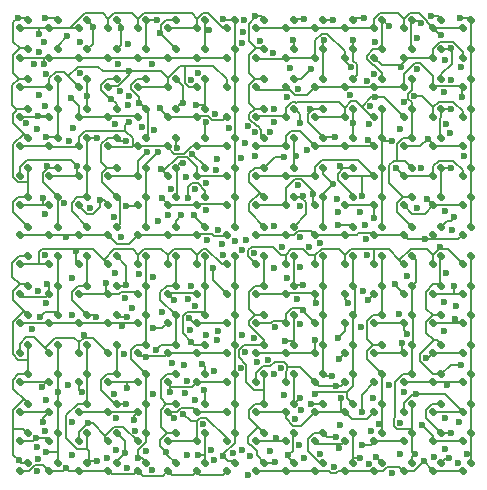
<source format=gtl>
G04 #@! TF.GenerationSoftware,KiCad,Pcbnew,7.0.2-6a45011f42~172~ubuntu22.04.1*
G04 #@! TF.CreationDate,2023-07-30T19:01:30-07:00*
G04 #@! TF.ProjectId,driver_40mm_atmega_v0p5,64726976-6572-45f3-9430-6d6d5f61746d,rev?*
G04 #@! TF.SameCoordinates,Original*
G04 #@! TF.FileFunction,Copper,L1,Top*
G04 #@! TF.FilePolarity,Positive*
%FSLAX46Y46*%
G04 Gerber Fmt 4.6, Leading zero omitted, Abs format (unit mm)*
G04 Created by KiCad (PCBNEW 7.0.2-6a45011f42~172~ubuntu22.04.1) date 2023-07-30 19:01:30*
%MOMM*%
%LPD*%
G01*
G04 APERTURE LIST*
G04 Aperture macros list*
%AMRoundRect*
0 Rectangle with rounded corners*
0 $1 Rounding radius*
0 $2 $3 $4 $5 $6 $7 $8 $9 X,Y pos of 4 corners*
0 Add a 4 corners polygon primitive as box body*
4,1,4,$2,$3,$4,$5,$6,$7,$8,$9,$2,$3,0*
0 Add four circle primitives for the rounded corners*
1,1,$1+$1,$2,$3*
1,1,$1+$1,$4,$5*
1,1,$1+$1,$6,$7*
1,1,$1+$1,$8,$9*
0 Add four rect primitives between the rounded corners*
20,1,$1+$1,$2,$3,$4,$5,0*
20,1,$1+$1,$4,$5,$6,$7,0*
20,1,$1+$1,$6,$7,$8,$9,0*
20,1,$1+$1,$8,$9,$2,$3,0*%
G04 Aperture macros list end*
G04 #@! TA.AperFunction,SMDPad,CuDef*
%ADD10RoundRect,0.147500X0.017678X-0.226274X0.226274X-0.017678X-0.017678X0.226274X-0.226274X0.017678X0*%
G04 #@! TD*
G04 #@! TA.AperFunction,ViaPad*
%ADD11C,0.600000*%
G04 #@! TD*
G04 #@! TA.AperFunction,Conductor*
%ADD12C,0.150000*%
G04 #@! TD*
G04 APERTURE END LIST*
D10*
X85907053Y-64092947D03*
X86592947Y-63407053D03*
X83407053Y-64092947D03*
X84092947Y-63407053D03*
X80907053Y-64092947D03*
X81592947Y-63407053D03*
X78407053Y-64092947D03*
X79092947Y-63407053D03*
X75907053Y-64092947D03*
X76592947Y-63407053D03*
X73407053Y-64092947D03*
X74092947Y-63407053D03*
X70907053Y-64092947D03*
X71592947Y-63407053D03*
X88407053Y-61592947D03*
X89092947Y-60907053D03*
X85907053Y-61592947D03*
X86592947Y-60907053D03*
X83407053Y-61592947D03*
X84092947Y-60907053D03*
X80907053Y-61592947D03*
X81592947Y-60907053D03*
X78407053Y-61592947D03*
X79092947Y-60907053D03*
X75907053Y-61592947D03*
X76592947Y-60907053D03*
X73407053Y-61592947D03*
X74092947Y-60907053D03*
X88407053Y-59092947D03*
X89092947Y-58407053D03*
X70907053Y-61592947D03*
X71592947Y-60907053D03*
X88407053Y-66592947D03*
X89092947Y-65907053D03*
X80907053Y-69092947D03*
X81592947Y-68407053D03*
X83407053Y-69092947D03*
X84092947Y-68407053D03*
X68407053Y-89092947D03*
X69092947Y-88407053D03*
X85907053Y-69092947D03*
X86592947Y-68407053D03*
X78407053Y-69092947D03*
X79092947Y-68407053D03*
X75907053Y-69092947D03*
X76592947Y-68407053D03*
X73407053Y-69092947D03*
X74092947Y-68407053D03*
X70907053Y-69092947D03*
X71592947Y-68407053D03*
X88407053Y-64092947D03*
X89092947Y-63407053D03*
X85907053Y-66592947D03*
X86592947Y-65907053D03*
X83407053Y-66592947D03*
X84092947Y-65907053D03*
X80907053Y-66592947D03*
X81592947Y-65907053D03*
X78407053Y-66592947D03*
X79092947Y-65907053D03*
X75907053Y-66592947D03*
X76592947Y-65907053D03*
X73407053Y-66592947D03*
X74092947Y-65907053D03*
X70907053Y-66592947D03*
X71592947Y-65907053D03*
X85907053Y-54092947D03*
X86592947Y-53407053D03*
X65907053Y-86592947D03*
X66592947Y-85907053D03*
X70907053Y-51592947D03*
X71592947Y-50907053D03*
X73407053Y-51592947D03*
X74092947Y-50907053D03*
X75907053Y-51592947D03*
X76592947Y-50907053D03*
X78407053Y-51592947D03*
X79092947Y-50907053D03*
X80907053Y-51592947D03*
X81592947Y-50907053D03*
X83407053Y-51592947D03*
X84092947Y-50907053D03*
X85907053Y-51592947D03*
X86592947Y-50907053D03*
X88407053Y-51592947D03*
X89092947Y-50907053D03*
X70907053Y-54092947D03*
X71592947Y-53407053D03*
X73407053Y-54092947D03*
X74092947Y-53407053D03*
X75907053Y-54092947D03*
X76592947Y-53407053D03*
X78407053Y-54092947D03*
X79092947Y-53407053D03*
X80907053Y-54092947D03*
X81592947Y-53407053D03*
X83407053Y-54092947D03*
X84092947Y-53407053D03*
X85907053Y-59092947D03*
X86592947Y-58407053D03*
X88407053Y-54092947D03*
X89092947Y-53407053D03*
X70907053Y-56592947D03*
X71592947Y-55907053D03*
X73407053Y-56592947D03*
X74092947Y-55907053D03*
X75907053Y-56592947D03*
X76592947Y-55907053D03*
X78407053Y-56592947D03*
X79092947Y-55907053D03*
X80907053Y-56592947D03*
X81592947Y-55907053D03*
X83407053Y-56592947D03*
X84092947Y-55907053D03*
X85907053Y-56592947D03*
X86592947Y-55907053D03*
X88407053Y-56592947D03*
X89092947Y-55907053D03*
X70907053Y-59092947D03*
X71592947Y-58407053D03*
X73407053Y-59092947D03*
X74092947Y-58407053D03*
X75907053Y-59092947D03*
X76592947Y-58407053D03*
X78407053Y-59092947D03*
X79092947Y-58407053D03*
X80907053Y-59092947D03*
X81592947Y-58407053D03*
X83407053Y-59092947D03*
X84092947Y-58407053D03*
X88407053Y-81592947D03*
X89092947Y-80907053D03*
X88407053Y-84092947D03*
X89092947Y-83407053D03*
X85907053Y-84092947D03*
X86592947Y-83407053D03*
X83407053Y-84092947D03*
X84092947Y-83407053D03*
X80907053Y-84092947D03*
X81592947Y-83407053D03*
X78407053Y-84092947D03*
X79092947Y-83407053D03*
X75907053Y-84092947D03*
X76592947Y-83407053D03*
X73407053Y-84092947D03*
X74092947Y-83407053D03*
X70907053Y-84092947D03*
X71592947Y-83407053D03*
X70907053Y-86592947D03*
X71592947Y-85907053D03*
X85907053Y-81592947D03*
X86592947Y-80907053D03*
X83407053Y-81592947D03*
X84092947Y-80907053D03*
X80907053Y-81592947D03*
X81592947Y-80907053D03*
X78407053Y-81592947D03*
X79092947Y-80907053D03*
X75907053Y-81592947D03*
X76592947Y-80907053D03*
X73407053Y-81592947D03*
X74092947Y-80907053D03*
X70907053Y-81592947D03*
X71592947Y-80907053D03*
X88407053Y-79092947D03*
X89092947Y-78407053D03*
X73407053Y-86592947D03*
X74092947Y-85907053D03*
X75907053Y-86592947D03*
X76592947Y-85907053D03*
X78407053Y-86592947D03*
X79092947Y-85907053D03*
X80907053Y-86592947D03*
X81592947Y-85907053D03*
X83407053Y-86592947D03*
X84092947Y-85907053D03*
X85907053Y-86592947D03*
X86592947Y-85907053D03*
X88407053Y-86592947D03*
X89092947Y-85907053D03*
X70907053Y-89092947D03*
X71592947Y-88407053D03*
X73407053Y-89092947D03*
X74092947Y-88407053D03*
X75907053Y-89092947D03*
X76592947Y-88407053D03*
X78407053Y-89092947D03*
X79092947Y-88407053D03*
X80907053Y-89092947D03*
X81592947Y-88407053D03*
X83407053Y-89092947D03*
X84092947Y-88407053D03*
X85907053Y-89092947D03*
X86592947Y-88407053D03*
X88407053Y-89092947D03*
X89092947Y-88407053D03*
X88407053Y-74092947D03*
X89092947Y-73407053D03*
X70907053Y-71592947D03*
X71592947Y-70907053D03*
X73407053Y-71592947D03*
X74092947Y-70907053D03*
X75907053Y-71592947D03*
X76592947Y-70907053D03*
X78407053Y-71592947D03*
X79092947Y-70907053D03*
X80907053Y-71592947D03*
X81592947Y-70907053D03*
X83407053Y-71592947D03*
X84092947Y-70907053D03*
X85907053Y-71592947D03*
X86592947Y-70907053D03*
X88407053Y-71592947D03*
X89092947Y-70907053D03*
X70907053Y-74092947D03*
X71592947Y-73407053D03*
X73407053Y-74092947D03*
X74092947Y-73407053D03*
X75907053Y-74092947D03*
X76592947Y-73407053D03*
X78407053Y-74092947D03*
X79092947Y-73407053D03*
X80907053Y-74092947D03*
X81592947Y-73407053D03*
X83407053Y-74092947D03*
X84092947Y-73407053D03*
X85907053Y-74092947D03*
X86592947Y-73407053D03*
X88407053Y-69092947D03*
X89092947Y-68407053D03*
X70907053Y-76592947D03*
X71592947Y-75907053D03*
X73407053Y-76592947D03*
X74092947Y-75907053D03*
X75907053Y-76592947D03*
X76592947Y-75907053D03*
X78407053Y-76592947D03*
X79092947Y-75907053D03*
X80907053Y-76592947D03*
X81592947Y-75907053D03*
X83407053Y-76592947D03*
X84092947Y-75907053D03*
X85907053Y-76592947D03*
X86592947Y-75907053D03*
X88407053Y-76592947D03*
X89092947Y-75907053D03*
X70907053Y-79092947D03*
X71592947Y-78407053D03*
X73407053Y-79092947D03*
X74092947Y-78407053D03*
X75907053Y-79092947D03*
X76592947Y-78407053D03*
X78407053Y-79092947D03*
X79092947Y-78407053D03*
X80907053Y-79092947D03*
X81592947Y-78407053D03*
X83407053Y-79092947D03*
X84092947Y-78407053D03*
X85907053Y-79092947D03*
X86592947Y-78407053D03*
X68407053Y-64092947D03*
X69092947Y-63407053D03*
X50907053Y-61592947D03*
X51592947Y-60907053D03*
X53407053Y-61592947D03*
X54092947Y-60907053D03*
X55907053Y-61592947D03*
X56592947Y-60907053D03*
X58407053Y-61592947D03*
X59092947Y-60907053D03*
X60907053Y-61592947D03*
X61592947Y-60907053D03*
X63407053Y-61592947D03*
X64092947Y-60907053D03*
X65907053Y-61592947D03*
X66592947Y-60907053D03*
X68407053Y-61592947D03*
X69092947Y-60907053D03*
X50907053Y-64092947D03*
X51592947Y-63407053D03*
X53407053Y-64092947D03*
X54092947Y-63407053D03*
X55907053Y-64092947D03*
X56592947Y-63407053D03*
X58407053Y-64092947D03*
X59092947Y-63407053D03*
X60907053Y-64092947D03*
X61592947Y-63407053D03*
X63407053Y-64092947D03*
X64092947Y-63407053D03*
X65907053Y-64092947D03*
X66592947Y-63407053D03*
X68407053Y-59092947D03*
X69092947Y-58407053D03*
X50907053Y-66592947D03*
X51592947Y-65907053D03*
X53407053Y-66592947D03*
X54092947Y-65907053D03*
X55907053Y-66592947D03*
X56592947Y-65907053D03*
X58407053Y-66592947D03*
X59092947Y-65907053D03*
X60907053Y-66592947D03*
X61592947Y-65907053D03*
X63407053Y-66592947D03*
X64092947Y-65907053D03*
X65907053Y-66592947D03*
X66592947Y-65907053D03*
X68407053Y-66592947D03*
X69092947Y-65907053D03*
X50907053Y-69092947D03*
X51592947Y-68407053D03*
X53407053Y-69092947D03*
X54092947Y-68407053D03*
X55907053Y-69092947D03*
X56592947Y-68407053D03*
X58407053Y-69092947D03*
X59092947Y-68407053D03*
X60907053Y-69092947D03*
X61592947Y-68407053D03*
X63407053Y-69092947D03*
X64092947Y-68407053D03*
X65907053Y-69092947D03*
X66592947Y-68407053D03*
X68407053Y-54092947D03*
X69092947Y-53407053D03*
X50907053Y-51592947D03*
X51592947Y-50907053D03*
X53407053Y-51592947D03*
X54092947Y-50907053D03*
X55907053Y-51592947D03*
X56592947Y-50907053D03*
X58407053Y-51592947D03*
X59092947Y-50907053D03*
X60907053Y-51592947D03*
X61592947Y-50907053D03*
X63407053Y-51592947D03*
X64092947Y-50907053D03*
X65907053Y-51592947D03*
X66592947Y-50907053D03*
X68407053Y-51592947D03*
X69092947Y-50907053D03*
X50907053Y-54092947D03*
X51592947Y-53407053D03*
X53407053Y-54092947D03*
X54092947Y-53407053D03*
X55907053Y-54092947D03*
X56592947Y-53407053D03*
X58407053Y-54092947D03*
X59092947Y-53407053D03*
X60907053Y-54092947D03*
X61592947Y-53407053D03*
X63407053Y-54092947D03*
X64092947Y-53407053D03*
X65907053Y-54092947D03*
X66592947Y-53407053D03*
X63407053Y-89092947D03*
X64092947Y-88407053D03*
X50907053Y-56592947D03*
X51592947Y-55907053D03*
X53407053Y-56592947D03*
X54092947Y-55907053D03*
X55907053Y-56592947D03*
X56592947Y-55907053D03*
X58407053Y-56592947D03*
X59092947Y-55907053D03*
X60907053Y-56592947D03*
X61592947Y-55907053D03*
X63407053Y-56592947D03*
X64092947Y-55907053D03*
X65907053Y-56592947D03*
X66592947Y-55907053D03*
X68407053Y-56592947D03*
X69092947Y-55907053D03*
X50907053Y-59092947D03*
X51592947Y-58407053D03*
X53407053Y-59092947D03*
X54092947Y-58407053D03*
X55907053Y-59092947D03*
X56592947Y-58407053D03*
X58407053Y-59092947D03*
X59092947Y-58407053D03*
X60907053Y-59092947D03*
X61592947Y-58407053D03*
X63407053Y-59092947D03*
X64092947Y-58407053D03*
X65907053Y-59092947D03*
X66592947Y-58407053D03*
X65907053Y-84092947D03*
X66592947Y-83407053D03*
X68407053Y-79092947D03*
X69092947Y-78407053D03*
X50907053Y-81592947D03*
X51592947Y-80907053D03*
X53407053Y-81592947D03*
X54092947Y-80907053D03*
X55907053Y-81592947D03*
X56592947Y-80907053D03*
X58407053Y-81592947D03*
X59092947Y-80907053D03*
X60907053Y-81592947D03*
X61592947Y-80907053D03*
X63407053Y-81592947D03*
X64092947Y-80907053D03*
X65907053Y-81592947D03*
X66592947Y-80907053D03*
X68407053Y-81592947D03*
X69092947Y-80907053D03*
X50907053Y-84092947D03*
X51592947Y-83407053D03*
X53407053Y-84092947D03*
X54092947Y-83407053D03*
X55907053Y-84092947D03*
X56592947Y-83407053D03*
X58407053Y-84092947D03*
X59092947Y-83407053D03*
X60907053Y-84092947D03*
X61592947Y-83407053D03*
X63407053Y-84092947D03*
X64092947Y-83407053D03*
X50907053Y-71592947D03*
X51592947Y-70907053D03*
X68407053Y-84092947D03*
X69092947Y-83407053D03*
X50907053Y-86592947D03*
X51592947Y-85907053D03*
X53407053Y-86592947D03*
X54092947Y-85907053D03*
X55907053Y-86592947D03*
X56592947Y-85907053D03*
X58407053Y-86592947D03*
X59092947Y-85907053D03*
X60907053Y-86592947D03*
X61592947Y-85907053D03*
X63407053Y-86592947D03*
X64092947Y-85907053D03*
X68407053Y-86592947D03*
X69092947Y-85907053D03*
X50907053Y-89092947D03*
X51592947Y-88407053D03*
X53407053Y-89092947D03*
X54092947Y-88407053D03*
X55907053Y-89092947D03*
X56592947Y-88407053D03*
X58407053Y-89092947D03*
X59092947Y-88407053D03*
X60907053Y-89092947D03*
X61592947Y-88407053D03*
X65907053Y-89092947D03*
X66592947Y-88407053D03*
X63407053Y-79092947D03*
X64092947Y-78407053D03*
X68407053Y-69092947D03*
X69092947Y-68407053D03*
X53407053Y-71592947D03*
X54092947Y-70907053D03*
X55907053Y-71592947D03*
X56592947Y-70907053D03*
X58407053Y-71592947D03*
X59092947Y-70907053D03*
X60907053Y-71592947D03*
X61592947Y-70907053D03*
X63407053Y-71592947D03*
X64092947Y-70907053D03*
X65907053Y-71592947D03*
X66592947Y-70907053D03*
X65907053Y-79092947D03*
X66592947Y-78407053D03*
X68407053Y-71592947D03*
X69092947Y-70907053D03*
X50907053Y-74092947D03*
X51592947Y-73407053D03*
X53407053Y-74092947D03*
X54092947Y-73407053D03*
X55907053Y-74092947D03*
X56592947Y-73407053D03*
X58407053Y-74092947D03*
X59092947Y-73407053D03*
X60907053Y-74092947D03*
X61592947Y-73407053D03*
X63407053Y-74092947D03*
X64092947Y-73407053D03*
X68407053Y-74092947D03*
X69092947Y-73407053D03*
X65907053Y-74092947D03*
X66592947Y-73407053D03*
X60907053Y-79092947D03*
X61592947Y-78407053D03*
X58407053Y-79092947D03*
X59092947Y-78407053D03*
X55907053Y-79092947D03*
X56592947Y-78407053D03*
X53407053Y-79092947D03*
X54092947Y-78407053D03*
X50907053Y-79092947D03*
X51592947Y-78407053D03*
X68407053Y-76592947D03*
X69092947Y-75907053D03*
X65907053Y-76592947D03*
X66592947Y-75907053D03*
X63407053Y-76592947D03*
X64092947Y-75907053D03*
X60907053Y-76592947D03*
X61592947Y-75907053D03*
X58407053Y-76592947D03*
X59092947Y-75907053D03*
X55907053Y-76592947D03*
X56592947Y-75907053D03*
X53407053Y-76592947D03*
X54092947Y-75907053D03*
X50907053Y-76592947D03*
X51592947Y-75907053D03*
D11*
X86940000Y-87270000D03*
X80950000Y-52780000D03*
X59220000Y-54670000D03*
X53100000Y-83070000D03*
X53010000Y-67310000D03*
X59387184Y-56962400D03*
X55030000Y-61170000D03*
X80000000Y-73850000D03*
X52910000Y-52800000D03*
X80280000Y-70770000D03*
X59080000Y-84610000D03*
X86950000Y-59760000D03*
X86880000Y-84600000D03*
X66448400Y-85123000D03*
X53020000Y-70800000D03*
X60390000Y-75290000D03*
X80630000Y-85710000D03*
X65418900Y-55981100D03*
X53080000Y-55470000D03*
X58990000Y-72320000D03*
X86810000Y-57020000D03*
X65770000Y-75120000D03*
X74670000Y-83930000D03*
X80820000Y-82910000D03*
X69980000Y-61310000D03*
X87867000Y-75138200D03*
X73750000Y-55000000D03*
X74430000Y-64880000D03*
X79680000Y-67180000D03*
X80580000Y-58220000D03*
X80890000Y-55480000D03*
X73510000Y-72760000D03*
X53030000Y-85750000D03*
X69960000Y-79020000D03*
X87020000Y-72320000D03*
X86940000Y-54340000D03*
X52460000Y-73850000D03*
X87520000Y-68730000D03*
X66670000Y-67020000D03*
X53060000Y-58220000D03*
X59000000Y-59740000D03*
X59430000Y-69310000D03*
X59010000Y-87330000D03*
X51457700Y-59596900D03*
X68583600Y-60045600D03*
X52398900Y-89088900D03*
X71910600Y-79704000D03*
X70204000Y-89419100D03*
X66659100Y-77594000D03*
X67407200Y-58905000D03*
X52116500Y-54617500D03*
X71007700Y-79899600D03*
X52440000Y-88070000D03*
X74526400Y-86870000D03*
X67601600Y-78037200D03*
X72396800Y-80897500D03*
X59966900Y-88827600D03*
X67660200Y-77207300D03*
X75001500Y-87956100D03*
X73041500Y-80347900D03*
X60694600Y-85672800D03*
X62929000Y-75633200D03*
X65079500Y-87738200D03*
X77469000Y-88783000D03*
X62065700Y-89016400D03*
X73304600Y-82635200D03*
X80425200Y-88473100D03*
X65300000Y-77160500D03*
X72050000Y-87390000D03*
X61610000Y-87380000D03*
X75174900Y-61891300D03*
X72409000Y-68321500D03*
X68106900Y-70830400D03*
X82390000Y-89229500D03*
X68059500Y-69900987D03*
X85989900Y-87948800D03*
X74656600Y-69299200D03*
X88521000Y-62395500D03*
X87985200Y-88448900D03*
X69130000Y-69590000D03*
X61219600Y-59962600D03*
X69912500Y-50891200D03*
X59720000Y-79180000D03*
X68945500Y-87555500D03*
X66780000Y-69529500D03*
X80092893Y-68300000D03*
X70720000Y-70640000D03*
X86810000Y-77270000D03*
X65147900Y-74570100D03*
X74599900Y-71825800D03*
X72333400Y-53750000D03*
X67677400Y-68703400D03*
X71240000Y-52704600D03*
X75370300Y-70125900D03*
X67092400Y-87344551D03*
X79770600Y-76895200D03*
X69730000Y-77581600D03*
X73540000Y-57470000D03*
X60020000Y-52950000D03*
X61007900Y-72416500D03*
X65083900Y-81504400D03*
X66689000Y-64744700D03*
X88286600Y-54907200D03*
X52488200Y-52108200D03*
X55618000Y-70483500D03*
X86526400Y-52178100D03*
X86515600Y-70100100D03*
X72428800Y-58473000D03*
X52540000Y-53593400D03*
X51949900Y-77109000D03*
X67365100Y-80601500D03*
X67552500Y-63593400D03*
X78828500Y-57228500D03*
X52936800Y-54657000D03*
X63951000Y-74636800D03*
X53175100Y-73282300D03*
X67237500Y-71885700D03*
X58225900Y-73139700D03*
X83138900Y-54865000D03*
X78915400Y-54887100D03*
X75988800Y-74899700D03*
X78718900Y-74837900D03*
X80389500Y-74610500D03*
X87640000Y-73430000D03*
X82639200Y-73252800D03*
X72455800Y-59549700D03*
X60150000Y-57320300D03*
X64761000Y-80149700D03*
X59811900Y-74428300D03*
X87413500Y-55988500D03*
X67599275Y-62655675D03*
X86802500Y-74769100D03*
X74614500Y-76651300D03*
X60180000Y-55250000D03*
X62153100Y-77030900D03*
X59573200Y-76794600D03*
X65219800Y-76139300D03*
X88363100Y-57439100D03*
X74873500Y-75508500D03*
X83692400Y-77473800D03*
X77822300Y-77801000D03*
X87731600Y-76189500D03*
X52496300Y-57300000D03*
X72103011Y-60399589D03*
X63760000Y-79990000D03*
X53089600Y-74866800D03*
X80281900Y-56074600D03*
X77762300Y-66078500D03*
X63471300Y-67402900D03*
X62769500Y-58404500D03*
X52404000Y-59062600D03*
X55238100Y-57526500D03*
X56303100Y-77619400D03*
X61601900Y-79457100D03*
X80960200Y-57443600D03*
X84263000Y-57353200D03*
X77890000Y-79610000D03*
X83291800Y-78280400D03*
X85292000Y-79500000D03*
X75932700Y-77972500D03*
X70828400Y-60420700D03*
X62247900Y-60265900D03*
X62170000Y-82617600D03*
X58865100Y-82589800D03*
X87328000Y-60488100D03*
X63743900Y-65188800D03*
X60118700Y-59537200D03*
X60058500Y-58124400D03*
X59935000Y-82087700D03*
X63628300Y-82404900D03*
X52744000Y-81979900D03*
X56128000Y-82437200D03*
X85437000Y-60962000D03*
X80360000Y-61055700D03*
X87042000Y-81836300D03*
X77697000Y-81903600D03*
X79850300Y-84136000D03*
X70242900Y-59872200D03*
X52350000Y-60150000D03*
X69593700Y-80338800D03*
X54960000Y-81829502D03*
X69657800Y-62615200D03*
X80485200Y-59715600D03*
X70700000Y-77820000D03*
X83435400Y-82401500D03*
X55772900Y-63291800D03*
X61666500Y-62078900D03*
X62878300Y-63564100D03*
X60559000Y-84772100D03*
X63941300Y-84620200D03*
X52860000Y-84935400D03*
X79895400Y-65836700D03*
X82716700Y-63402500D03*
X78069700Y-82903900D03*
X84488100Y-82555200D03*
X58842800Y-67580300D03*
X69688000Y-52857000D03*
X67344361Y-88197987D03*
X70422500Y-87852192D03*
X86898800Y-67092400D03*
X76297700Y-69760500D03*
X88080500Y-84970000D03*
X69719600Y-70361100D03*
X59887600Y-66687400D03*
X52837000Y-66006300D03*
X62925700Y-66017500D03*
X57710300Y-66184100D03*
X52310000Y-86270000D03*
X64758900Y-84260900D03*
X56706400Y-85003800D03*
X80883500Y-67690100D03*
X85364200Y-66035000D03*
X75713100Y-65623800D03*
X77889800Y-87110200D03*
X84968100Y-85212500D03*
X72594300Y-86343100D03*
X79910100Y-86873300D03*
X54649600Y-66427300D03*
X69770900Y-51896400D03*
X52335901Y-87074099D03*
X58290000Y-87970000D03*
X69707346Y-87285154D03*
X80173400Y-69471600D03*
X70080000Y-69556700D03*
X73071800Y-70099400D03*
X76295400Y-87647900D03*
X54828400Y-69318400D03*
X54792200Y-88850000D03*
X85249400Y-69458000D03*
X85090800Y-88261700D03*
X72417500Y-71876400D03*
X64910000Y-82504000D03*
X70793100Y-62415900D03*
X62610700Y-67959200D03*
X66020000Y-55412000D03*
X84560000Y-55080000D03*
X65757803Y-65257505D03*
X55352000Y-84990000D03*
X65760000Y-83070000D03*
X56820000Y-66850000D03*
X55340000Y-75860000D03*
X55370000Y-60100000D03*
X62160000Y-72700000D03*
X74441100Y-56760000D03*
X74370000Y-74530000D03*
X56014800Y-52798600D03*
X78046800Y-85203200D03*
X55360000Y-72760000D03*
X84560000Y-52460000D03*
X83130000Y-87680000D03*
X82200000Y-81840000D03*
X65360000Y-73439500D03*
X74220000Y-84700500D03*
X77830700Y-67201711D03*
X83130000Y-60160000D03*
X83710000Y-72600000D03*
X84560000Y-66820000D03*
X55360000Y-87750000D03*
X83070000Y-85060000D03*
X56030000Y-55360000D03*
X74620000Y-66620000D03*
X62060000Y-54680000D03*
X83000000Y-75790000D03*
X50730950Y-50710950D03*
X53020000Y-50710000D03*
X54903500Y-52294900D03*
X53245100Y-63291800D03*
X53090800Y-60853200D03*
X56592900Y-57381300D03*
X57403200Y-60907100D03*
X57095500Y-51470500D03*
X59496600Y-51574600D03*
X59896300Y-61129200D03*
X58632118Y-57586025D03*
X62583500Y-62078900D03*
X60978100Y-57899500D03*
X62525806Y-50882443D03*
X64744900Y-63000400D03*
X64568800Y-67453300D03*
X62795100Y-52025900D03*
X64696800Y-57942900D03*
X64244300Y-61725000D03*
X65519700Y-62225600D03*
X66893600Y-51796100D03*
X65780100Y-58139900D03*
X65663500Y-67459100D03*
X65116700Y-66018400D03*
X66631200Y-59543700D03*
X68094700Y-50845200D03*
X50791600Y-88206300D03*
X53103900Y-87505000D03*
X54092900Y-82413400D03*
X52640000Y-76040000D03*
X57400400Y-88218100D03*
X57392700Y-76041600D03*
X59896500Y-73375000D03*
X59893200Y-83407100D03*
X59784700Y-87570800D03*
X59934900Y-76045800D03*
X60940000Y-88030000D03*
X63313300Y-87489000D03*
X62456200Y-78819900D03*
X66330000Y-80028800D03*
X65430000Y-78160000D03*
X65995100Y-87714600D03*
X66527600Y-82220200D03*
X68120746Y-87844051D03*
X70810700Y-50609600D03*
X73298300Y-62487800D03*
X74041000Y-52602000D03*
X74950000Y-50850000D03*
X74324600Y-62428000D03*
X74584900Y-59628400D03*
X75560700Y-55061200D03*
X74894900Y-65801300D03*
X75440800Y-58490900D03*
X76670400Y-52595200D03*
X77445500Y-64812700D03*
X77440000Y-50900000D03*
X77594600Y-60798500D03*
X79092900Y-59624400D03*
X78045900Y-63262200D03*
X80006800Y-50726800D03*
X77831300Y-68230300D03*
X79092900Y-52590300D03*
X82144300Y-51458500D03*
X82399600Y-61132600D03*
X84860000Y-51179500D03*
X83454600Y-57816400D03*
X87402300Y-53309300D03*
X87398300Y-63407100D03*
X85692004Y-50597997D03*
X87394500Y-58407100D03*
X87700000Y-67620000D03*
X88170000Y-50770000D03*
X72525900Y-88304700D03*
X73358300Y-78067300D03*
X74650100Y-82897000D03*
X74895200Y-73384400D03*
X72550100Y-76910600D03*
X73641000Y-87785200D03*
X77690200Y-86207300D03*
X77361800Y-81028200D03*
X75540300Y-83404100D03*
X75916300Y-82568400D03*
X79685400Y-87972900D03*
X81271800Y-85152300D03*
X81046000Y-87890800D03*
X84399000Y-87676200D03*
X88254000Y-80110700D03*
X87397000Y-85907100D03*
X87251700Y-88029000D03*
X88783800Y-87630600D03*
X64989000Y-64204700D03*
X84906400Y-63441600D03*
D12*
X58407100Y-50826400D02*
X57913979Y-50333279D01*
X57913979Y-50333279D02*
X56431329Y-50333279D01*
X56431329Y-50333279D02*
X55171708Y-51592900D01*
X70810700Y-50609600D02*
X71295400Y-50609600D01*
X70810700Y-50609600D02*
X70810700Y-50700300D01*
X70278300Y-51232700D02*
X70278300Y-52679200D01*
X70810700Y-50700300D02*
X70278300Y-51232700D01*
X70278300Y-52679200D02*
X70904600Y-53305500D01*
X71295400Y-50609600D02*
X71592900Y-50907100D01*
X85692004Y-50597997D02*
X86283797Y-50597997D01*
X86283797Y-50597997D02*
X86592900Y-50907100D01*
X85907100Y-51592900D02*
X85360000Y-51045800D01*
X85360000Y-51045800D02*
X85360000Y-50972393D01*
X85360000Y-50972393D02*
X84709107Y-50321500D01*
X84709107Y-50321500D02*
X83913900Y-50321500D01*
X83913900Y-50321500D02*
X83407100Y-50828300D01*
X84860000Y-51179500D02*
X84702500Y-51022000D01*
X84702500Y-51022000D02*
X84092900Y-51022000D01*
X88170000Y-50770000D02*
X88955800Y-50770000D01*
X88955800Y-50770000D02*
X89092900Y-50907100D01*
X89092900Y-50907100D02*
X89092900Y-68407100D01*
X83407100Y-50828300D02*
X82912079Y-50333279D01*
X82912079Y-50333279D02*
X81420821Y-50333279D01*
X81420821Y-50333279D02*
X80907100Y-50847000D01*
X80907100Y-50847000D02*
X80907100Y-51592900D01*
X80907100Y-51592900D02*
X70907100Y-51592900D01*
X80006800Y-50726800D02*
X79273200Y-50726800D01*
X79273200Y-50726800D02*
X79092900Y-50907100D01*
X74950000Y-50850000D02*
X74150000Y-50850000D01*
X74150000Y-50850000D02*
X74092900Y-50907100D01*
X77440000Y-50900000D02*
X76600000Y-50900000D01*
X76600000Y-50900000D02*
X76592900Y-50907100D01*
X50730950Y-50710950D02*
X50333279Y-51108621D01*
X50333279Y-51108621D02*
X50333279Y-52734179D01*
X50333279Y-52734179D02*
X50904600Y-53305500D01*
X50730950Y-50710950D02*
X51396750Y-50710950D01*
X51396750Y-50710950D02*
X51592900Y-50907100D01*
X53020000Y-50710000D02*
X53895800Y-50710000D01*
X53895800Y-50710000D02*
X54092900Y-50907100D01*
X73407100Y-89092900D02*
X77071793Y-89092900D01*
X77071793Y-89092900D02*
X77261893Y-89283000D01*
X77676107Y-89283000D02*
X77866207Y-89092900D01*
X77261893Y-89283000D02*
X77676107Y-89283000D01*
X81650200Y-89092900D02*
X82013100Y-88730000D01*
X77866207Y-89092900D02*
X81650200Y-89092900D01*
X82013100Y-88730000D02*
X83044200Y-88730000D01*
X83044200Y-88730000D02*
X83407100Y-89092900D01*
X83407100Y-89092900D02*
X84259600Y-89092900D01*
X84259600Y-89092900D02*
X85090800Y-88261700D01*
X65907053Y-89092947D02*
X65907053Y-89137053D01*
X65907053Y-89137053D02*
X66170000Y-89400000D01*
X66170000Y-89400000D02*
X68100000Y-89400000D01*
X68100000Y-89400000D02*
X68407053Y-89092947D01*
X63407053Y-89092947D02*
X63472947Y-89092947D01*
X63472947Y-89092947D02*
X63820000Y-89440000D01*
X63820000Y-89440000D02*
X65560000Y-89440000D01*
X65560000Y-89440000D02*
X65907053Y-89092947D01*
X54792200Y-88850000D02*
X55035100Y-89092900D01*
X55035100Y-89092900D02*
X58407100Y-89092900D01*
X58704200Y-89390000D02*
X60610000Y-89390000D01*
X58407100Y-89092900D02*
X58704200Y-89390000D01*
X60610000Y-89390000D02*
X60907100Y-89092900D01*
X60907100Y-89092900D02*
X61330600Y-89516400D01*
X61330600Y-89516400D02*
X62983600Y-89516400D01*
X62983600Y-89516400D02*
X63370000Y-89130000D01*
X54792200Y-88850000D02*
X54549300Y-89092900D01*
X54549300Y-89092900D02*
X53407100Y-89092900D01*
X51688500Y-89092900D02*
X52192500Y-88588900D01*
X52192500Y-88588900D02*
X52903006Y-88588900D01*
X52903006Y-88588900D02*
X53407053Y-89092947D01*
X51688500Y-89092900D02*
X50907100Y-89092900D01*
X55171708Y-51592900D02*
X55907006Y-51592900D01*
X55907006Y-51592900D02*
X55907053Y-51592947D01*
X65907100Y-50795400D02*
X65441700Y-50330000D01*
X65441700Y-50330000D02*
X61424100Y-50330000D01*
X61424100Y-50330000D02*
X60907100Y-50847000D01*
X62525806Y-50882443D02*
X61617557Y-50882443D01*
X61617557Y-50882443D02*
X61592900Y-50907100D01*
X61592900Y-50907100D02*
X61592900Y-53407100D01*
X60907100Y-50847000D02*
X60390100Y-50330000D01*
X60390100Y-50330000D02*
X58903500Y-50330000D01*
X58903500Y-50330000D02*
X58407100Y-50826400D01*
X55171708Y-51592900D02*
X52812100Y-51592900D01*
X60907100Y-50847000D02*
X60907100Y-51592900D01*
X65907100Y-51592900D02*
X63407100Y-51592900D01*
X65907100Y-50795400D02*
X65907100Y-51592900D01*
X58407100Y-50826400D02*
X58407100Y-51592900D01*
X52812100Y-51592900D02*
X50907100Y-51592900D01*
X65907100Y-50795400D02*
X66401100Y-50301400D01*
X52627100Y-51592900D02*
X52488200Y-51731800D01*
X66843700Y-50301400D02*
X68135200Y-51592900D01*
X52812100Y-51592900D02*
X52627100Y-51592900D01*
X66401100Y-50301400D02*
X66843700Y-50301400D01*
X52488200Y-51731800D02*
X52488200Y-52108200D01*
X68135200Y-51592900D02*
X68407100Y-51592900D01*
X60907100Y-71592900D02*
X60907100Y-70776500D01*
X61410900Y-70272700D02*
X62839200Y-70272700D01*
X60907100Y-70776500D02*
X61410900Y-70272700D01*
X55618000Y-71303800D02*
X55907100Y-71592900D01*
X65907100Y-71592900D02*
X65907100Y-70805600D01*
X57129900Y-70315700D02*
X55785800Y-70315700D01*
X52505700Y-71592900D02*
X52505700Y-70559100D01*
X63925700Y-70322000D02*
X65423500Y-70322000D01*
X52505700Y-71592900D02*
X50907100Y-71592900D01*
X66658500Y-70269000D02*
X67982400Y-71592900D01*
X58918300Y-70331700D02*
X58032100Y-71217900D01*
X65907100Y-70805600D02*
X66443700Y-70269000D01*
X55618000Y-70483500D02*
X55618000Y-71303800D01*
X65423500Y-70322000D02*
X65907100Y-70805600D01*
X60462300Y-70331700D02*
X58918300Y-70331700D01*
X55423500Y-70289000D02*
X55618000Y-70483500D01*
X63407100Y-71592900D02*
X63407100Y-70840600D01*
X66443700Y-70269000D02*
X66658500Y-70269000D01*
X58032100Y-71217900D02*
X57129900Y-70315700D01*
X67982400Y-71592900D02*
X68407100Y-71592900D01*
X62839200Y-70272700D02*
X63407100Y-70840600D01*
X55785800Y-70315700D02*
X55618000Y-70483500D01*
X63407100Y-70840600D02*
X63925700Y-70322000D01*
X52505700Y-70559100D02*
X52775800Y-70289000D01*
X52775800Y-70289000D02*
X55423500Y-70289000D01*
X58407100Y-71592900D02*
X58032100Y-71217900D01*
X60907100Y-70776500D02*
X60462300Y-70331700D01*
X53407100Y-71592900D02*
X52505700Y-71592900D01*
X86526400Y-52178100D02*
X86492300Y-52178100D01*
X83407100Y-50828300D02*
X83407100Y-51592900D01*
X86492300Y-52178100D02*
X85907100Y-51592900D01*
X88407100Y-51592900D02*
X85907100Y-51592900D01*
X78937000Y-70267000D02*
X80847400Y-70267000D01*
X75907100Y-70842200D02*
X76465700Y-70283600D01*
X78407100Y-70796900D02*
X78407100Y-71592900D01*
X80847400Y-70267000D02*
X80907100Y-70326700D01*
X83407100Y-71592900D02*
X83036700Y-71222400D01*
X83036700Y-71222400D02*
X82140900Y-70326700D01*
X73053500Y-70788300D02*
X73407100Y-70788300D01*
X73407100Y-70788300D02*
X73407100Y-71592900D01*
X75907100Y-70842200D02*
X75907100Y-71592900D01*
X85907100Y-70783900D02*
X85393000Y-70269800D01*
X76465700Y-70283600D02*
X77893800Y-70283600D01*
X78407100Y-70796900D02*
X78937000Y-70267000D01*
X86515600Y-70306100D02*
X86515600Y-70100100D01*
X72376100Y-70110900D02*
X73053500Y-70788300D01*
X75379400Y-70842200D02*
X75907100Y-70842200D01*
X82140900Y-70326700D02*
X80907100Y-70326700D01*
X88407100Y-71592900D02*
X87120300Y-70306100D01*
X77893800Y-70283600D02*
X78407100Y-70796900D01*
X70528100Y-70110900D02*
X72376100Y-70110900D01*
X74864500Y-70327300D02*
X75379400Y-70842200D01*
X70219700Y-70905500D02*
X70219700Y-70419300D01*
X86515600Y-70306100D02*
X86384900Y-70306100D01*
X86384900Y-70306100D02*
X85907100Y-70783900D01*
X87120300Y-70306100D02*
X86515600Y-70306100D01*
X70219700Y-70419300D02*
X70528100Y-70110900D01*
X83989300Y-70269800D02*
X83036700Y-71222400D01*
X85393000Y-70269800D02*
X83989300Y-70269800D01*
X85907100Y-70783900D02*
X85907100Y-71592900D01*
X70907100Y-71592900D02*
X70219700Y-70905500D01*
X73407100Y-70788300D02*
X73868100Y-70327300D01*
X80907100Y-70326700D02*
X80907100Y-71592900D01*
X73868100Y-70327300D02*
X74864500Y-70327300D01*
X52936800Y-54092900D02*
X52936800Y-54657000D01*
X55907100Y-54092900D02*
X58407100Y-54092900D01*
X63407100Y-54092900D02*
X60907100Y-54092900D01*
X53407100Y-54092900D02*
X52936800Y-54092900D01*
X60907100Y-54092900D02*
X58407100Y-54092900D01*
X65907100Y-54092900D02*
X63407100Y-54092900D01*
X52936800Y-54092900D02*
X50907100Y-54092900D01*
X53407100Y-54092900D02*
X55907100Y-54092900D01*
X68407100Y-54092900D02*
X65907100Y-54092900D01*
X58044700Y-74092900D02*
X55907100Y-74092900D01*
X67237500Y-72923300D02*
X68407100Y-74092900D01*
X60907100Y-74092900D02*
X60742400Y-73928200D01*
X51172900Y-74358700D02*
X53141300Y-74358700D01*
X67237500Y-71885700D02*
X67237500Y-72923300D01*
X65907100Y-74092900D02*
X65884200Y-74070000D01*
X59446500Y-73928200D02*
X59281800Y-74092900D01*
X53175100Y-73282300D02*
X53407100Y-73514300D01*
X53141300Y-74358700D02*
X53407100Y-74092900D01*
X65884200Y-74070000D02*
X63430000Y-74070000D01*
X60742400Y-73928200D02*
X59446500Y-73928200D01*
X58225900Y-73139700D02*
X58225900Y-73911700D01*
X58225900Y-73911700D02*
X58044700Y-74092900D01*
X53407100Y-73514300D02*
X53407100Y-74092900D01*
X63951000Y-74636800D02*
X63407100Y-74092900D01*
X63430000Y-74070000D02*
X63407100Y-74092900D01*
X50907100Y-74092900D02*
X51172900Y-74358700D01*
X58225900Y-73911700D02*
X58407100Y-74092900D01*
X59281800Y-74092900D02*
X58407100Y-74092900D01*
X85907100Y-53352200D02*
X85907100Y-54092900D01*
X78407100Y-53564400D02*
X76907600Y-52064900D01*
X71064300Y-54250100D02*
X73249900Y-54250100D01*
X70907100Y-54092900D02*
X71064300Y-54250100D01*
X78407100Y-54092900D02*
X78407100Y-53564400D01*
X83407100Y-54092900D02*
X85907100Y-54092900D01*
X86468300Y-52791000D02*
X85907100Y-53352200D01*
X76489400Y-52064900D02*
X75907100Y-52647200D01*
X73249900Y-54250100D02*
X73407100Y-54092900D01*
X83138900Y-54865000D02*
X83138900Y-54730900D01*
X78915400Y-54887100D02*
X78407100Y-54378800D01*
X83138900Y-54730900D02*
X81545100Y-54730900D01*
X83407100Y-54092900D02*
X83407100Y-54462700D01*
X78407100Y-54378800D02*
X78407100Y-54092900D01*
X87591300Y-52791000D02*
X86468300Y-52791000D01*
X83407100Y-54462700D02*
X83138900Y-54730900D01*
X75907100Y-52647200D02*
X75907100Y-54092900D01*
X75907100Y-54092900D02*
X73407100Y-54092900D01*
X76907600Y-52064900D02*
X76489400Y-52064900D01*
X88407100Y-54092900D02*
X88407100Y-53606800D01*
X88407100Y-53606800D02*
X87591300Y-52791000D01*
X81545100Y-54730900D02*
X80907100Y-54092900D01*
X78407100Y-74526100D02*
X78407100Y-74092900D01*
X75907100Y-74818000D02*
X75988800Y-74899700D01*
X73407100Y-74092900D02*
X70907100Y-74092900D01*
X75819900Y-74005700D02*
X73494300Y-74005700D01*
X82639200Y-73325000D02*
X83407100Y-74092900D01*
X80389500Y-74610500D02*
X80907100Y-74092900D01*
X75907100Y-74092900D02*
X75907100Y-74818000D01*
X87649300Y-73439300D02*
X87640000Y-73430000D01*
X87649300Y-74092900D02*
X85907100Y-74092900D01*
X78718900Y-74837900D02*
X78407100Y-74526100D01*
X87649300Y-74092900D02*
X87649300Y-73439300D01*
X75907100Y-74092900D02*
X75819900Y-74005700D01*
X73494300Y-74005700D02*
X73407100Y-74092900D01*
X82639200Y-73252800D02*
X82639200Y-73325000D01*
X88407100Y-74092900D02*
X87649300Y-74092900D01*
X58519173Y-56480827D02*
X58407100Y-56592900D01*
X64878300Y-54790000D02*
X64878300Y-55306700D01*
X54639600Y-55325400D02*
X53938100Y-55325400D01*
X65221800Y-56592900D02*
X65907100Y-56592900D01*
X63407100Y-56592900D02*
X63407100Y-55814400D01*
X57536500Y-54855200D02*
X55792300Y-54855200D01*
X50907100Y-56592900D02*
X53407100Y-56592900D01*
X68407100Y-56592900D02*
X68407100Y-55917100D01*
X64878300Y-55306700D02*
X64878300Y-56249400D01*
X63407100Y-55814400D02*
X64431500Y-54790000D01*
X60180000Y-55250000D02*
X60154500Y-55224500D01*
X64431500Y-54790000D02*
X64878300Y-54790000D01*
X57905800Y-55224500D02*
X57536500Y-54855200D01*
X59254565Y-56480827D02*
X58519173Y-56480827D01*
X60180000Y-55250000D02*
X60180000Y-55555392D01*
X60180000Y-55555392D02*
X59254565Y-56480827D01*
X53407100Y-55856400D02*
X53407100Y-56592900D01*
X54980900Y-55666600D02*
X54639600Y-55325400D01*
X64878300Y-56249400D02*
X65221800Y-56592900D01*
X68407100Y-55917100D02*
X67280000Y-54790000D01*
X60907100Y-56592900D02*
X63407100Y-56592900D01*
X53938100Y-55325400D02*
X53407100Y-55856400D01*
X55907100Y-56592900D02*
X54980900Y-55666600D01*
X62842700Y-55250000D02*
X63407100Y-55814400D01*
X67280000Y-54790000D02*
X64878300Y-54790000D01*
X60154500Y-55224500D02*
X57905800Y-55224500D01*
X60180000Y-55250000D02*
X62842700Y-55250000D01*
X55792300Y-54855200D02*
X54980900Y-55666600D01*
X55907100Y-76592900D02*
X53407100Y-76592900D01*
X59573200Y-76592900D02*
X60907100Y-76592900D01*
X62969100Y-77030900D02*
X62153100Y-77030900D01*
X65219800Y-76139300D02*
X65673400Y-76592900D01*
X58407100Y-76592900D02*
X59573200Y-76592900D01*
X63407100Y-76592900D02*
X62969100Y-77030900D01*
X50907100Y-76592900D02*
X53407100Y-76592900D01*
X55907100Y-76592900D02*
X58407100Y-76592900D01*
X59573200Y-76592900D02*
X59573200Y-76794600D01*
X65673400Y-76592900D02*
X68407100Y-76592900D01*
X75907100Y-56592900D02*
X75240000Y-57260000D01*
X88270900Y-56500700D02*
X85999300Y-56500700D01*
X85907100Y-56592900D02*
X85907100Y-55660200D01*
X74233993Y-57260000D02*
X73803993Y-56830000D01*
X88363100Y-56592900D02*
X88270900Y-56500700D01*
X83407100Y-55524200D02*
X83407100Y-56592900D01*
X83407100Y-56592900D02*
X75907100Y-56592900D01*
X75240000Y-57260000D02*
X74233993Y-57260000D01*
X88363100Y-56592900D02*
X88363100Y-57439100D01*
X85907100Y-55660200D02*
X84784000Y-54537100D01*
X88363100Y-56592900D02*
X88407100Y-56592900D01*
X84784000Y-54537100D02*
X84394200Y-54537100D01*
X85999300Y-56500700D02*
X85907100Y-56592900D01*
X84394200Y-54537100D02*
X83407100Y-55524200D01*
X73803993Y-56830000D02*
X71144200Y-56830000D01*
X71144200Y-56830000D02*
X70907100Y-56592900D01*
X74873500Y-75508500D02*
X74676000Y-75311000D01*
X74676000Y-75311000D02*
X73923300Y-75311000D01*
X73224700Y-76410500D02*
X72343000Y-76410500D01*
X72160600Y-76592900D02*
X70907100Y-76592900D01*
X88407100Y-76592900D02*
X85907100Y-76592900D01*
X73407100Y-75827200D02*
X73407100Y-76592900D01*
X88135000Y-76592900D02*
X87731600Y-76189500D01*
X73407100Y-76592900D02*
X73224700Y-76410500D01*
X83407100Y-77188500D02*
X83407100Y-76592900D01*
X78407100Y-77216200D02*
X78407100Y-76592900D01*
X72343000Y-76410500D02*
X72160600Y-76592900D01*
X83407100Y-76592900D02*
X80907100Y-76592900D01*
X75907100Y-76592900D02*
X74873500Y-75559300D01*
X83692400Y-77473800D02*
X83407100Y-77188500D01*
X77822300Y-77801000D02*
X78407100Y-77216200D01*
X74873500Y-75559300D02*
X74873500Y-75508500D01*
X73923300Y-75311000D02*
X73407100Y-75827200D01*
X88407100Y-76592900D02*
X88135000Y-76592900D01*
X65956400Y-59043600D02*
X65907100Y-59092900D01*
X62769500Y-58455300D02*
X62769500Y-58404500D01*
X53376800Y-59062600D02*
X53407100Y-59092900D01*
X55907100Y-59092900D02*
X58407100Y-59092900D01*
X68407100Y-59092900D02*
X68092400Y-59407600D01*
X55907100Y-58195500D02*
X55907100Y-59092900D01*
X52404000Y-59062600D02*
X53376800Y-59062600D01*
X60848600Y-59034400D02*
X58465600Y-59034400D01*
X60907100Y-59092900D02*
X60848600Y-59034400D01*
X58465600Y-59034400D02*
X58407100Y-59092900D01*
X68092400Y-59407600D02*
X67202400Y-59407600D01*
X66838400Y-59043600D02*
X65956400Y-59043600D01*
X55238100Y-57526500D02*
X55907100Y-58195500D01*
X65907100Y-59092900D02*
X63407100Y-59092900D01*
X63407100Y-59092900D02*
X62769500Y-58455300D01*
X50907100Y-59092900D02*
X53407100Y-59092900D01*
X67202400Y-59407600D02*
X66838400Y-59043600D01*
X56303100Y-77818400D02*
X55907100Y-78214400D01*
X50907100Y-78331700D02*
X51449000Y-77789800D01*
X55907100Y-78214400D02*
X55907100Y-79092900D01*
X53013600Y-78699400D02*
X53904500Y-77808500D01*
X60907100Y-79092900D02*
X61134200Y-79320000D01*
X63180000Y-79320000D02*
X63407100Y-79092900D01*
X52104000Y-77789800D02*
X53013600Y-78699400D01*
X53013600Y-78699400D02*
X53407100Y-79092900D01*
X61601900Y-79457100D02*
X61601900Y-79320000D01*
X61134200Y-79320000D02*
X61601900Y-79320000D01*
X53904500Y-77808500D02*
X55501200Y-77808500D01*
X50907100Y-79092900D02*
X50907100Y-78331700D01*
X57132600Y-77818400D02*
X56303100Y-77818400D01*
X56303100Y-77818400D02*
X56303100Y-77619400D01*
X55501200Y-77808500D02*
X55907100Y-78214400D01*
X51449000Y-77789800D02*
X52104000Y-77789800D01*
X65907100Y-79092900D02*
X63407100Y-79092900D01*
X58407100Y-79092900D02*
X57132600Y-77818400D01*
X61601900Y-79320000D02*
X63180000Y-79320000D01*
X65907100Y-79092900D02*
X68407100Y-79092900D01*
X88407100Y-59092900D02*
X88407100Y-58614800D01*
X70950400Y-59049600D02*
X73363800Y-59049600D01*
X78407100Y-59092900D02*
X78407100Y-58346900D01*
X84263000Y-57353200D02*
X84968000Y-57353200D01*
X85907100Y-58292300D02*
X85907100Y-59092900D01*
X81757800Y-57443600D02*
X83407100Y-59092900D01*
X78407100Y-59092900D02*
X75907100Y-59092900D01*
X80960200Y-57443600D02*
X81757800Y-57443600D01*
X80691300Y-59092900D02*
X80907100Y-59092900D01*
X78407100Y-58346900D02*
X78961900Y-57792100D01*
X73407100Y-58357508D02*
X73931329Y-57833279D01*
X79838900Y-58240500D02*
X80635800Y-57443600D01*
X73407100Y-59092900D02*
X73407100Y-58357508D01*
X74433900Y-57826100D02*
X77886300Y-57826100D01*
X87619000Y-57826700D02*
X86372700Y-57826700D01*
X80635800Y-57443600D02*
X80960200Y-57443600D01*
X70907100Y-59092900D02*
X70950400Y-59049600D01*
X79838900Y-58240500D02*
X80691300Y-59092900D01*
X88407100Y-58614800D02*
X87619000Y-57826700D01*
X78961900Y-57792100D02*
X79390500Y-57792100D01*
X84968000Y-57353200D02*
X85907100Y-58292300D01*
X77886300Y-57826100D02*
X78407100Y-58346900D01*
X79390500Y-57792100D02*
X79838900Y-58240500D01*
X73363800Y-59049600D02*
X73407100Y-59092900D01*
X74322965Y-57937035D02*
X74433900Y-57826100D01*
X73931329Y-57833279D02*
X74219209Y-57833279D01*
X74219209Y-57833279D02*
X74322965Y-57937035D01*
X86372700Y-57826700D02*
X85907100Y-58292300D01*
X85292000Y-79500000D02*
X85500000Y-79500000D01*
X77890000Y-79610000D02*
X78407100Y-79092900D01*
X75907100Y-79092900D02*
X73407100Y-79092900D01*
X83176500Y-79092900D02*
X83291800Y-78977600D01*
X75907100Y-77998100D02*
X75932700Y-77972500D01*
X73407100Y-79092900D02*
X70907100Y-79092900D01*
X80907100Y-79092900D02*
X83176500Y-79092900D01*
X83291800Y-78977600D02*
X83407100Y-79092900D01*
X85500000Y-79500000D02*
X85907100Y-79092900D01*
X83291800Y-78280400D02*
X83291800Y-78977600D01*
X75907100Y-79092900D02*
X75907100Y-77998100D01*
X85907100Y-79092900D02*
X88407100Y-79092900D01*
X55829700Y-61670300D02*
X53484500Y-61670300D01*
X59840000Y-59815900D02*
X59840000Y-60306400D01*
X58407100Y-61592900D02*
X58443500Y-61629300D01*
X60446400Y-61592900D02*
X60907100Y-61592900D01*
X58443500Y-61629300D02*
X60410000Y-61629300D01*
X68407100Y-61592900D02*
X65907100Y-61592900D01*
X60921200Y-61578800D02*
X60907100Y-61592900D01*
X63407100Y-61592900D02*
X63393000Y-61578800D01*
X56397400Y-60306400D02*
X55907100Y-60796700D01*
X60410000Y-61629300D02*
X60446400Y-61592900D01*
X60446400Y-60912800D02*
X59840000Y-60306400D01*
X55907100Y-60796700D02*
X55907100Y-61592900D01*
X63926400Y-62225200D02*
X63407100Y-61705900D01*
X59840000Y-60306400D02*
X56397400Y-60306400D01*
X60118700Y-59537200D02*
X59840000Y-59815900D01*
X63393000Y-61578800D02*
X60921200Y-61578800D01*
X64812900Y-62225200D02*
X63926400Y-62225200D01*
X55907100Y-61592900D02*
X55829700Y-61670300D01*
X60446400Y-61592900D02*
X60446400Y-60912800D01*
X53484500Y-61670300D02*
X53407100Y-61592900D01*
X63407100Y-61705900D02*
X63407100Y-61592900D01*
X50907100Y-61592900D02*
X53407100Y-61592900D01*
X65907100Y-61592900D02*
X65445200Y-61592900D01*
X65445200Y-61592900D02*
X64812900Y-62225200D01*
X53131000Y-81592900D02*
X53407100Y-81592900D01*
X56128000Y-82437200D02*
X55907100Y-82216300D01*
X65907100Y-81592900D02*
X68407100Y-81592900D01*
X63628300Y-82004500D02*
X65495500Y-82004500D01*
X59935000Y-81592900D02*
X58407100Y-81592900D01*
X63628300Y-81814100D02*
X63628300Y-82004500D01*
X59935000Y-81592900D02*
X59935000Y-82087700D01*
X55907100Y-82216300D02*
X55907100Y-81592900D01*
X63628300Y-82004500D02*
X63628300Y-82404900D01*
X65495500Y-82004500D02*
X65907100Y-81592900D01*
X63407100Y-81592900D02*
X63628300Y-81814100D01*
X52744000Y-81979900D02*
X53131000Y-81592900D01*
X60907100Y-81592900D02*
X59935000Y-81592900D01*
X53407100Y-81592900D02*
X50907100Y-81592900D01*
X73890100Y-60292600D02*
X73407100Y-60775600D01*
X74606800Y-60292600D02*
X73890100Y-60292600D01*
X88407100Y-61592900D02*
X85907100Y-61592900D01*
X85907100Y-61432100D02*
X85907100Y-61592900D01*
X80897200Y-61592900D02*
X80907100Y-61592900D01*
X84806100Y-61592900D02*
X85437000Y-60962000D01*
X70907053Y-61592947D02*
X73407053Y-61592947D01*
X78407100Y-61592900D02*
X75907100Y-61592900D01*
X73407100Y-60775600D02*
X73407100Y-61592900D01*
X75907100Y-61592900D02*
X74606800Y-60292600D01*
X83407100Y-61592900D02*
X84806100Y-61592900D01*
X85437000Y-60962000D02*
X85907100Y-61432100D01*
X78407100Y-61592900D02*
X80907100Y-61592900D01*
X80360000Y-61055700D02*
X80897200Y-61592900D01*
X77697000Y-81903600D02*
X78096400Y-81903600D01*
X79850300Y-82649700D02*
X79850300Y-84136000D01*
X80907100Y-81592900D02*
X79850300Y-82649700D01*
X73246400Y-79845500D02*
X73541600Y-80140700D01*
X73541600Y-80326000D02*
X74640200Y-80326000D01*
X74640200Y-80326000D02*
X76217800Y-81903600D01*
X72476400Y-79845500D02*
X73246400Y-79845500D01*
X87042000Y-81592900D02*
X85907100Y-81592900D01*
X73407100Y-80689600D02*
X73541600Y-80555100D01*
X88407100Y-81592900D02*
X87042000Y-81592900D01*
X71498900Y-80204100D02*
X72117800Y-80204100D01*
X78096400Y-81903600D02*
X78407053Y-81592947D01*
X70907100Y-81592900D02*
X70907100Y-80795900D01*
X73541600Y-80140700D02*
X73541600Y-80326000D01*
X85907100Y-81592900D02*
X83407100Y-81592900D01*
X76217800Y-81903600D02*
X77697000Y-81903600D01*
X70907100Y-80795900D02*
X71498900Y-80204100D01*
X73541600Y-80555100D02*
X73541600Y-80326000D01*
X72117800Y-80204100D02*
X72476400Y-79845500D01*
X73407100Y-81592900D02*
X73407100Y-80689600D01*
X87042000Y-81592900D02*
X87042000Y-81836300D01*
X68407100Y-64092900D02*
X65907100Y-64092900D01*
X55772900Y-63291800D02*
X55772900Y-63958700D01*
X63407100Y-64092900D02*
X63038500Y-63724300D01*
X61666500Y-62078900D02*
X60907100Y-62838300D01*
X60907100Y-64092900D02*
X58407100Y-64092900D01*
X55772900Y-63291800D02*
X55215400Y-62734300D01*
X55215400Y-62734300D02*
X51520100Y-62734300D01*
X55638700Y-64092900D02*
X53407100Y-64092900D01*
X50907100Y-63347300D02*
X50907100Y-64092900D01*
X65018600Y-62500300D02*
X64262500Y-62500300D01*
X55772900Y-63958700D02*
X55907100Y-64092900D01*
X65907100Y-63388800D02*
X65018600Y-62500300D01*
X55772900Y-63958700D02*
X55638700Y-64092900D01*
X51520100Y-62734300D02*
X50907100Y-63347300D01*
X62878300Y-63564100D02*
X63038500Y-63724300D01*
X60907100Y-62838300D02*
X60907100Y-64092900D01*
X64262500Y-62500300D02*
X63038500Y-63724300D01*
X65907100Y-64092900D02*
X65907100Y-63388800D01*
X52860000Y-84610000D02*
X53377100Y-84092900D01*
X58407100Y-84092900D02*
X55907100Y-84092900D01*
X63414000Y-84092900D02*
X63941300Y-84620200D01*
X58407100Y-84092900D02*
X60907100Y-84092900D01*
X53377100Y-84092900D02*
X50907100Y-84092900D01*
X65907100Y-84092900D02*
X65552900Y-83738700D01*
X65552900Y-83738700D02*
X64529700Y-83738700D01*
X52860000Y-84935400D02*
X52860000Y-84610000D01*
X68407100Y-84092900D02*
X65907100Y-84092900D01*
X63407100Y-84092900D02*
X63414000Y-84092900D01*
X64175500Y-84092900D02*
X63407100Y-84092900D01*
X60559000Y-84441000D02*
X60907100Y-84092900D01*
X64529700Y-83738700D02*
X64175500Y-84092900D01*
X60559000Y-84772100D02*
X60559000Y-84441000D01*
X79895400Y-64092900D02*
X79895400Y-65836700D01*
X73407100Y-64092900D02*
X75907100Y-64092900D01*
X87602300Y-62811600D02*
X86384300Y-62811600D01*
X75907100Y-64092900D02*
X75907100Y-63351500D01*
X79575000Y-62760800D02*
X80907100Y-64092900D01*
X75907100Y-63351500D02*
X76497800Y-62760800D01*
X79895400Y-64092900D02*
X80907100Y-64092900D01*
X85907100Y-64092900D02*
X83407100Y-64092900D01*
X86384300Y-62811600D02*
X85907100Y-63288800D01*
X82716700Y-63402500D02*
X83407100Y-64092900D01*
X85907100Y-63288800D02*
X85907100Y-64092900D01*
X76497800Y-62760800D02*
X79575000Y-62760800D01*
X88407100Y-63616400D02*
X87602300Y-62811600D01*
X88407100Y-64092900D02*
X88407100Y-63616400D01*
X70907100Y-64092900D02*
X73407100Y-64092900D01*
X78407100Y-64092900D02*
X79895400Y-64092900D01*
X79002000Y-84687800D02*
X80312200Y-84687800D01*
X74748500Y-85251500D02*
X75907100Y-84092900D01*
X73407100Y-84092900D02*
X73407100Y-84607000D01*
X84488100Y-82555200D02*
X84154500Y-82555200D01*
X78069700Y-84092900D02*
X78069700Y-82903900D01*
X75907100Y-84092900D02*
X78069700Y-84092900D01*
X78407100Y-84092900D02*
X79002000Y-84687800D01*
X80312200Y-84687800D02*
X80907100Y-84092900D01*
X86869400Y-82555200D02*
X84488100Y-82555200D01*
X85907100Y-84092900D02*
X88407100Y-84092900D01*
X73407100Y-84607000D02*
X74051600Y-85251500D01*
X88407100Y-84092900D02*
X86869400Y-82555200D01*
X78069700Y-84092900D02*
X78407100Y-84092900D01*
X83407100Y-83302600D02*
X83407100Y-84092900D01*
X74051600Y-85251500D02*
X74748500Y-85251500D01*
X84154500Y-82555200D02*
X83407100Y-83302600D01*
X70907100Y-84092900D02*
X73407100Y-84092900D01*
X65966200Y-66545900D02*
X65995700Y-66516400D01*
X56620300Y-67375300D02*
X57069600Y-67375300D01*
X55907100Y-66592900D02*
X55907100Y-66662100D01*
X63454100Y-66545900D02*
X63407100Y-66592900D01*
X68330600Y-66516400D02*
X68407100Y-66592900D01*
X63454100Y-66545900D02*
X65966200Y-66545900D01*
X63454100Y-66545900D02*
X62925700Y-66017500D01*
X65954100Y-66545900D02*
X65907100Y-66592900D01*
X60907100Y-66592900D02*
X60812600Y-66687400D01*
X57710300Y-66734600D02*
X57710300Y-66184100D01*
X60812600Y-66687400D02*
X59887600Y-66687400D01*
X52837000Y-66592900D02*
X53407100Y-66592900D01*
X52837000Y-66592900D02*
X52837000Y-66006300D01*
X65966200Y-66545900D02*
X65954100Y-66545900D01*
X65995700Y-66516400D02*
X68330600Y-66516400D01*
X50907100Y-66592900D02*
X52837000Y-66592900D01*
X57069600Y-67375300D02*
X57710300Y-66734600D01*
X57710300Y-66184100D02*
X57998300Y-66184100D01*
X55907100Y-66662100D02*
X56620300Y-67375300D01*
X57998300Y-66184100D02*
X58407100Y-66592900D01*
X56706400Y-85003800D02*
X55907100Y-85803100D01*
X66175800Y-84593600D02*
X65907100Y-84862300D01*
X57061200Y-85003800D02*
X58153400Y-86096000D01*
X58153400Y-86096000D02*
X58153400Y-86339200D01*
X56706400Y-85003800D02*
X57061200Y-85003800D01*
X68407100Y-86592900D02*
X68407100Y-86342000D01*
X51987100Y-86592900D02*
X50907100Y-86592900D01*
X65907100Y-86592900D02*
X63407100Y-86592900D01*
X59646800Y-85332600D02*
X58916800Y-85332600D01*
X65907100Y-84862300D02*
X65907100Y-86592900D01*
X60907100Y-86592900D02*
X59646800Y-85332600D01*
X52310000Y-86270000D02*
X51987100Y-86592900D01*
X68407100Y-86342000D02*
X66658700Y-84593600D01*
X53084200Y-86270000D02*
X53407100Y-86592900D01*
X52310000Y-86270000D02*
X53084200Y-86270000D01*
X58153400Y-86339200D02*
X58407100Y-86592900D01*
X64758900Y-84260900D02*
X65360300Y-84862300D01*
X58916800Y-85332600D02*
X58153400Y-86096000D01*
X55907100Y-85803100D02*
X55907100Y-86592900D01*
X66658700Y-84593600D02*
X66175800Y-84593600D01*
X65360300Y-84862300D02*
X65907100Y-84862300D01*
X75713100Y-65382100D02*
X75713100Y-65623800D01*
X80907100Y-67666500D02*
X80907100Y-66592900D01*
X85907100Y-66592900D02*
X85167400Y-67332600D01*
X73407100Y-66592900D02*
X73407100Y-65146800D01*
X73407100Y-65146800D02*
X74185800Y-64368100D01*
X75713100Y-65623800D02*
X75713100Y-66398900D01*
X74185800Y-64368100D02*
X74699100Y-64368100D01*
X75713100Y-66398900D02*
X75907100Y-66592900D01*
X80883500Y-67690100D02*
X80907100Y-67666500D01*
X88407100Y-66592900D02*
X85907100Y-66592900D01*
X70907100Y-66592900D02*
X73407100Y-66592900D01*
X80907100Y-66592900D02*
X78407100Y-66592900D01*
X74699100Y-64368100D02*
X75713100Y-65382100D01*
X85167400Y-67332600D02*
X84146800Y-67332600D01*
X85907100Y-66592900D02*
X85907100Y-66577900D01*
X85907100Y-66577900D02*
X85364200Y-66035000D01*
X84146800Y-67332600D02*
X83407100Y-66592900D01*
X70907100Y-86592900D02*
X72594300Y-86592900D01*
X80626700Y-86873300D02*
X79910100Y-86873300D01*
X77889800Y-87110200D02*
X77889800Y-86851500D01*
X85907100Y-86592900D02*
X88407100Y-86592900D01*
X80907100Y-86592900D02*
X80626700Y-86873300D01*
X85907100Y-86151500D02*
X84968100Y-85212500D01*
X83407100Y-86592900D02*
X80907100Y-86592900D01*
X72594300Y-86592900D02*
X72594300Y-86343100D01*
X78148500Y-86851500D02*
X77889800Y-86851500D01*
X78407100Y-86592900D02*
X78148500Y-86851500D01*
X77889800Y-86851500D02*
X76165700Y-86851500D01*
X76165700Y-86851500D02*
X75907100Y-86592900D01*
X72594300Y-86592900D02*
X73407100Y-86592900D01*
X85907100Y-86592900D02*
X85907100Y-86151500D01*
X60147400Y-69852600D02*
X59166800Y-69852600D01*
X68296500Y-69203500D02*
X67333900Y-69203500D01*
X54828400Y-69318400D02*
X54828400Y-69092900D01*
X67160400Y-69030000D02*
X65970000Y-69030000D01*
X68407100Y-69092900D02*
X68296500Y-69203500D01*
X58407100Y-69092900D02*
X54828400Y-69092900D01*
X59166800Y-69852600D02*
X58407100Y-69092900D01*
X54828400Y-69092900D02*
X53407100Y-69092900D01*
X67333900Y-69203500D02*
X67160400Y-69030000D01*
X60907100Y-69092900D02*
X60147400Y-69852600D01*
X53407100Y-69092900D02*
X50907100Y-69092900D01*
X65970000Y-69030000D02*
X65907100Y-69092900D01*
X65907100Y-69092900D02*
X60907100Y-69092900D01*
X75907100Y-69092900D02*
X75595100Y-68780900D01*
X85542000Y-69458000D02*
X85249400Y-69458000D01*
X83772200Y-69458000D02*
X83407100Y-69092900D01*
X79564000Y-68971500D02*
X79442600Y-69092900D01*
X74155800Y-69092900D02*
X73407100Y-69092900D01*
X88040000Y-69460000D02*
X85544000Y-69460000D01*
X80785700Y-68971500D02*
X79564000Y-68971500D01*
X88407100Y-69092900D02*
X88040000Y-69460000D01*
X83407100Y-69092900D02*
X80907100Y-69092900D01*
X70907100Y-69092900D02*
X73407100Y-69092900D01*
X79442600Y-69092900D02*
X78407100Y-69092900D01*
X80907100Y-69092900D02*
X80785700Y-68971500D01*
X85544000Y-69460000D02*
X85542000Y-69458000D01*
X75907100Y-69092900D02*
X78407100Y-69092900D01*
X74467700Y-68780900D02*
X74155800Y-69092800D01*
X75595100Y-68780900D02*
X74467700Y-68780900D01*
X74155800Y-69092800D02*
X74155800Y-69092900D01*
X85249400Y-69458000D02*
X83772200Y-69458000D01*
X88407100Y-89092900D02*
X85907100Y-89092900D01*
X70907053Y-89092947D02*
X73407053Y-89092947D01*
X85090800Y-88261700D02*
X85907100Y-89078000D01*
X85907100Y-89078000D02*
X85907100Y-89092900D01*
X50332500Y-66354600D02*
X50332500Y-67146700D01*
X51592900Y-65907100D02*
X50780000Y-65907100D01*
X50780000Y-65907100D02*
X50332500Y-66354600D01*
X50606600Y-58407100D02*
X51592900Y-58407100D01*
X51220600Y-60534700D02*
X50332600Y-61422700D01*
X51592900Y-64667500D02*
X51592900Y-63407100D01*
X50606600Y-58407100D02*
X50281700Y-58082200D01*
X50827900Y-55907100D02*
X50332500Y-55411700D01*
X50332500Y-55411700D02*
X50332500Y-53877600D01*
X50401400Y-59715600D02*
X50401400Y-59715500D01*
X50332500Y-58877600D02*
X50606600Y-58603500D01*
X50332500Y-67146700D02*
X51592900Y-68407100D01*
X51491300Y-53305500D02*
X51592900Y-53407100D01*
X51592900Y-60907100D02*
X51220600Y-60534700D01*
X50401400Y-59715500D02*
X50332500Y-59646600D01*
X51592900Y-65907100D02*
X51592900Y-64667500D01*
X50332600Y-61422700D02*
X50332600Y-64239100D01*
X50332500Y-53877600D02*
X50904600Y-53305500D01*
X51220600Y-60534700D02*
X50401400Y-59715600D01*
X50904600Y-53305500D02*
X51491300Y-53305500D01*
X50281700Y-58082200D02*
X50281700Y-56453300D01*
X50332500Y-59646600D02*
X50332500Y-58877600D01*
X50281700Y-56453300D02*
X50827900Y-55907100D01*
X50606600Y-58603500D02*
X50606600Y-58407100D01*
X50332600Y-64239100D02*
X50761000Y-64667500D01*
X50761000Y-64667500D02*
X51592900Y-64667500D01*
X51592900Y-55907100D02*
X50827900Y-55907100D01*
X53322000Y-63368700D02*
X53322000Y-63407100D01*
X54903500Y-52294900D02*
X54092900Y-53105500D01*
X53322000Y-63407100D02*
X52827400Y-63901700D01*
X53245100Y-63291800D02*
X53322000Y-63368700D01*
X52827400Y-63901700D02*
X52827400Y-64641600D01*
X54092900Y-60907100D02*
X54092900Y-60853200D01*
X52827400Y-64641600D02*
X54092900Y-65907100D01*
X53090800Y-60853200D02*
X54092900Y-60853200D01*
X54092900Y-63407100D02*
X53322000Y-63407100D01*
X54092900Y-68407100D02*
X54092900Y-65907100D01*
X54092900Y-53105500D02*
X54092900Y-53407100D01*
X54092900Y-60853200D02*
X54092900Y-58407100D01*
X54092900Y-55907100D02*
X54092900Y-58407100D01*
X57095500Y-52904500D02*
X57095500Y-51470500D01*
X56592900Y-65907100D02*
X55767000Y-65907100D01*
X56592900Y-57381300D02*
X56592900Y-58407100D01*
X56592900Y-55907100D02*
X56592900Y-57381300D01*
X55291600Y-66382500D02*
X55291600Y-67105800D01*
X56592900Y-53407100D02*
X57095500Y-52904500D01*
X56592900Y-50907100D02*
X57095500Y-51409700D01*
X56592900Y-60907100D02*
X57403200Y-60907100D01*
X55767000Y-65907100D02*
X55291600Y-66382500D01*
X56592900Y-63407100D02*
X56592900Y-60907100D01*
X57095500Y-51409700D02*
X57095500Y-51470500D01*
X55291600Y-67105800D02*
X56592900Y-68407100D01*
X56592900Y-65907100D02*
X56592900Y-63407100D01*
X59496600Y-51310800D02*
X59496600Y-51574600D01*
X59092900Y-68407100D02*
X59349500Y-68150500D01*
X57816900Y-61446600D02*
X58356400Y-60907100D01*
X58356400Y-60907100D02*
X59092900Y-60907100D01*
X57816900Y-62907700D02*
X57816900Y-61446600D01*
X59092900Y-58046807D02*
X59092900Y-58407100D01*
X59349500Y-66163700D02*
X59092900Y-65907100D01*
X58632118Y-57586025D02*
X58561925Y-57586025D01*
X57825600Y-63897800D02*
X58316300Y-63407100D01*
X58632118Y-57586025D02*
X59092900Y-58046807D01*
X58316300Y-63407100D02*
X57816900Y-62907700D01*
X57817100Y-56395700D02*
X58305700Y-55907100D01*
X59092900Y-50907100D02*
X59496600Y-51310800D01*
X58316300Y-63407100D02*
X59092900Y-63407100D01*
X59349500Y-68150500D02*
X59349500Y-66163700D01*
X59315000Y-61129200D02*
X59092900Y-60907100D01*
X57825600Y-64639800D02*
X57825600Y-63897800D01*
X59896300Y-61129200D02*
X59315000Y-61129200D01*
X58561925Y-57586025D02*
X57817100Y-56841200D01*
X58305700Y-55907100D02*
X59092900Y-55907100D01*
X59496600Y-53003400D02*
X59092900Y-53407100D01*
X57817100Y-56841200D02*
X57817100Y-56395700D01*
X59496600Y-51574600D02*
X59496600Y-53003400D01*
X59092900Y-65907100D02*
X57825600Y-64639800D01*
X60978100Y-57416400D02*
X60307800Y-56746100D01*
X61719700Y-58533900D02*
X61592900Y-58407100D01*
X61085300Y-57899500D02*
X61592900Y-58407100D01*
X61592900Y-60907100D02*
X61719700Y-60780300D01*
X61592900Y-63407100D02*
X61592900Y-63069500D01*
X61592900Y-65907100D02*
X61592900Y-63407100D01*
X61719700Y-60780300D02*
X61719700Y-58533900D01*
X60854900Y-55907100D02*
X61592900Y-55907100D01*
X60307800Y-56454200D02*
X60854900Y-55907100D01*
X61592900Y-63069500D02*
X62583500Y-62078900D01*
X61592900Y-68407100D02*
X61592900Y-65907100D01*
X60307800Y-56746100D02*
X60307800Y-56454200D01*
X60978100Y-57899500D02*
X61085300Y-57899500D01*
X60978100Y-57899500D02*
X60978100Y-57416400D01*
X64092900Y-55907100D02*
X64696800Y-56511000D01*
X64092900Y-63407100D02*
X64499500Y-63000500D01*
X64092900Y-61573600D02*
X64244300Y-61725000D01*
X64092900Y-60907100D02*
X64092900Y-61573600D01*
X64244000Y-63558200D02*
X64092900Y-63407100D01*
X64696800Y-56511000D02*
X64696800Y-57942900D01*
X63280200Y-50907100D02*
X62824700Y-51362600D01*
X62824700Y-52138900D02*
X64092900Y-53407100D01*
X64244000Y-65756000D02*
X64244000Y-63558200D01*
X64092900Y-67929200D02*
X64092900Y-68407100D01*
X64568800Y-67453300D02*
X64092900Y-67929200D01*
X64092900Y-50907100D02*
X63280200Y-50907100D01*
X64092900Y-65907100D02*
X64244000Y-65756000D01*
X62795100Y-52025900D02*
X62824700Y-52025900D01*
X64557100Y-57942900D02*
X64696800Y-57942900D01*
X64744900Y-63000500D02*
X64744900Y-63000400D01*
X64092900Y-58407100D02*
X64557100Y-57942900D01*
X62824700Y-51362600D02*
X62824700Y-52025900D01*
X64499500Y-63000500D02*
X64744900Y-63000500D01*
X62824700Y-52025900D02*
X62824700Y-52138900D01*
X66592900Y-55907100D02*
X66592900Y-58139900D01*
X66592900Y-65907100D02*
X66592900Y-65362900D01*
X65663500Y-67477700D02*
X65663500Y-67459100D01*
X66893600Y-51796100D02*
X66592900Y-51796100D01*
X66592900Y-63407100D02*
X66592900Y-63298800D01*
X66592900Y-63298800D02*
X65519700Y-62225600D01*
X66592900Y-53407100D02*
X66592900Y-51796100D01*
X66592900Y-65362900D02*
X65980000Y-64750000D01*
X66592900Y-60907100D02*
X66592900Y-59582000D01*
X65780100Y-58139900D02*
X66592900Y-58139900D01*
X66592900Y-58139900D02*
X66592900Y-58407100D01*
X66592900Y-59582000D02*
X66631200Y-59543700D01*
X66592900Y-68407100D02*
X65663500Y-67477700D01*
X65116700Y-65083300D02*
X65116700Y-66018400D01*
X65980000Y-64750000D02*
X65450000Y-64750000D01*
X65450000Y-64750000D02*
X65116700Y-65083300D01*
X66592900Y-51796100D02*
X66592900Y-50907100D01*
X69092900Y-68407100D02*
X69092900Y-65907100D01*
X69092900Y-65907100D02*
X69092900Y-63407100D01*
X69092900Y-50907100D02*
X68156600Y-50907100D01*
X69092900Y-63407100D02*
X69092900Y-60907100D01*
X68156600Y-50907100D02*
X68094700Y-50845200D01*
X69092900Y-53407100D02*
X69092900Y-55907100D01*
X69092900Y-53407100D02*
X69092900Y-50907100D01*
X69092900Y-55907100D02*
X69092900Y-58407100D01*
X69092900Y-58407100D02*
X69092900Y-60907100D01*
X50904600Y-73305500D02*
X51491300Y-73305500D01*
X50401400Y-82215600D02*
X51220600Y-83034700D01*
X51491300Y-73305500D02*
X51592900Y-73407100D01*
X50285500Y-76469800D02*
X50285500Y-79192000D01*
X50332500Y-83922800D02*
X50332500Y-85436600D01*
X51592900Y-78407100D02*
X51592900Y-79667500D01*
X50305700Y-87720400D02*
X50791600Y-88206300D01*
X51592900Y-70907100D02*
X50827900Y-70907100D01*
X51191200Y-85505400D02*
X51592900Y-85907100D01*
X50332500Y-81354600D02*
X50332500Y-82146600D01*
X50992400Y-88407100D02*
X50791600Y-88206300D01*
X50332500Y-82146600D02*
X50401400Y-82215500D01*
X50281700Y-72682600D02*
X50904600Y-73305500D01*
X50401300Y-85505400D02*
X51191200Y-85505400D01*
X51220600Y-75534700D02*
X50285500Y-76469800D01*
X51220600Y-83034700D02*
X51592900Y-83407100D01*
X51220600Y-83034700D02*
X50332500Y-83922800D01*
X50285500Y-79192000D02*
X50761000Y-79667500D01*
X50332500Y-73877600D02*
X50904600Y-73305500D01*
X50780000Y-80907100D02*
X50332500Y-81354600D01*
X51220600Y-75534700D02*
X50401400Y-74715600D01*
X50332500Y-85436600D02*
X50401300Y-85505400D01*
X50401400Y-74715500D02*
X50332500Y-74646600D01*
X50281700Y-71453300D02*
X50281700Y-72682600D01*
X50401400Y-74715600D02*
X50401400Y-74715500D01*
X51592900Y-80907100D02*
X50780000Y-80907100D01*
X50401400Y-82215500D02*
X50401400Y-82215600D01*
X51592900Y-75907100D02*
X51220600Y-75534700D01*
X51592900Y-88407100D02*
X50992400Y-88407100D01*
X50305700Y-85601000D02*
X50305700Y-87720400D01*
X50761000Y-79667500D02*
X51592900Y-79667500D01*
X50827900Y-70907100D02*
X50281700Y-71453300D01*
X50332500Y-74646600D02*
X50332500Y-73877600D01*
X51592900Y-79667500D02*
X51592900Y-80907100D01*
X50401300Y-85505400D02*
X50305700Y-85601000D01*
X54092900Y-75606800D02*
X54092900Y-75907100D01*
X54092900Y-82413400D02*
X54092900Y-80907100D01*
X54092900Y-73407100D02*
X54092900Y-70907100D01*
X54092900Y-85907100D02*
X54092900Y-87505000D01*
X53103900Y-87505000D02*
X54092900Y-87505000D01*
X54092900Y-83407100D02*
X54092900Y-85907100D01*
X54092900Y-87505000D02*
X54092900Y-88407100D01*
X54092900Y-75606800D02*
X53073200Y-75606800D01*
X54092900Y-78407100D02*
X54092900Y-80907100D01*
X53073200Y-75606800D02*
X52640000Y-76040000D01*
X54092900Y-73407100D02*
X54092900Y-75606800D01*
X54092900Y-83407100D02*
X54092900Y-82413400D01*
X56592900Y-73407100D02*
X55834900Y-73407100D01*
X56592900Y-75907100D02*
X57258200Y-75907100D01*
X56781900Y-88218100D02*
X56781900Y-87388700D01*
X56781900Y-87388700D02*
X56592900Y-87199700D01*
X55834900Y-73407100D02*
X55309000Y-73933000D01*
X54851800Y-86266500D02*
X54851800Y-84345000D01*
X56632500Y-83367500D02*
X56632500Y-80946700D01*
X57400400Y-88218100D02*
X56781900Y-88218100D01*
X56592900Y-78407100D02*
X56592900Y-80907100D01*
X56592900Y-83407100D02*
X56632500Y-83367500D01*
X56592900Y-87199700D02*
X56592900Y-85907100D01*
X56592900Y-73407100D02*
X56592900Y-70907100D01*
X56592900Y-87199700D02*
X55785000Y-87199700D01*
X57258200Y-75907100D02*
X57392700Y-76041600D01*
X55789700Y-83407100D02*
X56592900Y-83407100D01*
X56632500Y-80946700D02*
X56592900Y-80907100D01*
X56781900Y-88218100D02*
X56592900Y-88407100D01*
X55785000Y-87199700D02*
X54851800Y-86266500D01*
X55309000Y-74623200D02*
X56592900Y-75907100D01*
X55309000Y-73933000D02*
X55309000Y-74623200D01*
X54851800Y-84345000D02*
X55789700Y-83407100D01*
X59896500Y-71710700D02*
X59092900Y-70907100D01*
X58975200Y-83407100D02*
X59092900Y-83407100D01*
X59092900Y-78407100D02*
X59092900Y-80907100D01*
X59864400Y-73407100D02*
X59896500Y-73375000D01*
X59092900Y-88262600D02*
X59784700Y-87570800D01*
X57814000Y-82245900D02*
X58975200Y-83407100D01*
X59231600Y-76045800D02*
X59092900Y-75907100D01*
X59896500Y-73375000D02*
X59896500Y-71710700D01*
X59893200Y-83407100D02*
X59092900Y-83407100D01*
X59092900Y-80907100D02*
X58324000Y-80907100D01*
X59784700Y-87570800D02*
X59784700Y-86598900D01*
X59092900Y-73407100D02*
X59864400Y-73407100D01*
X59092900Y-88407100D02*
X59092900Y-88262600D01*
X58324000Y-80907100D02*
X57814000Y-81417100D01*
X59934900Y-76045800D02*
X59231600Y-76045800D01*
X57814000Y-81417100D02*
X57814000Y-82245900D01*
X59784700Y-86598900D02*
X59092900Y-85907100D01*
X60940000Y-88030000D02*
X60940000Y-87320000D01*
X61215894Y-88030000D02*
X61592947Y-88407053D01*
X60940000Y-87320000D02*
X61592900Y-86667100D01*
X61592900Y-78407100D02*
X61592900Y-70907100D01*
X61592900Y-80907100D02*
X60332500Y-79646700D01*
X60940000Y-88030000D02*
X61215894Y-88030000D01*
X60332500Y-79646700D02*
X60332500Y-78854600D01*
X60332500Y-78854600D02*
X60780000Y-78407100D01*
X61592900Y-86667100D02*
X61592900Y-80907100D01*
X60780000Y-78407100D02*
X61592900Y-78407100D01*
X63332400Y-85907100D02*
X64092900Y-85907100D01*
X63322900Y-73407100D02*
X62804500Y-73925500D01*
X63324000Y-80907100D02*
X64092900Y-80907100D01*
X64092900Y-70907100D02*
X64092900Y-73407100D01*
X63313300Y-87627500D02*
X63313300Y-87489000D01*
X62814000Y-81417100D02*
X63324000Y-80907100D01*
X63320600Y-83407100D02*
X64092900Y-83407100D01*
X62804500Y-73925500D02*
X62804500Y-74618700D01*
X62814000Y-82900500D02*
X62814000Y-81417100D01*
X62792900Y-86968600D02*
X62792900Y-86446600D01*
X64092900Y-78407100D02*
X64092900Y-75907100D01*
X64092900Y-78407100D02*
X62869000Y-78407100D01*
X62804500Y-74618700D02*
X64092900Y-75907100D01*
X62825600Y-85400300D02*
X62825600Y-83902100D01*
X62869000Y-78407100D02*
X62456200Y-78819900D01*
X63320600Y-83407100D02*
X62814000Y-82900500D01*
X64092900Y-88407100D02*
X63313300Y-87627500D01*
X64092900Y-73407100D02*
X63322900Y-73407100D01*
X62825600Y-83902100D02*
X63320600Y-83407100D01*
X63313300Y-87489000D02*
X62792900Y-86968600D01*
X63332400Y-85907100D02*
X62825600Y-85400300D01*
X62792900Y-86446600D02*
X63332400Y-85907100D01*
X64715700Y-77445700D02*
X64715700Y-75937000D01*
X66330000Y-80028800D02*
X66592900Y-80291700D01*
X66592900Y-87714600D02*
X66592900Y-88407100D01*
X64715700Y-75937000D02*
X65022700Y-75630000D01*
X66592900Y-75907100D02*
X66592900Y-70907100D01*
X65677100Y-78407100D02*
X66592900Y-78407100D01*
X66527600Y-82220200D02*
X66592900Y-82285500D01*
X66592900Y-80291700D02*
X66592900Y-80907100D01*
X65430000Y-78160000D02*
X65677100Y-78407100D01*
X66315800Y-75630000D02*
X66592900Y-75907100D01*
X66592900Y-85907100D02*
X66592900Y-87714600D01*
X65995100Y-87714600D02*
X66592900Y-87714600D01*
X66592900Y-82285500D02*
X66592900Y-83407100D01*
X65430000Y-78160000D02*
X64715700Y-77445700D01*
X65022700Y-75630000D02*
X66315800Y-75630000D01*
X68925894Y-88240000D02*
X69092947Y-88407053D01*
X68516695Y-88240000D02*
X68925894Y-88240000D01*
X69092900Y-86701700D02*
X69092900Y-70907100D01*
X68120746Y-87673854D02*
X69092900Y-86701700D01*
X68120746Y-87844051D02*
X68516695Y-88240000D01*
X68120746Y-87844051D02*
X68120746Y-87673854D01*
X70776600Y-63407100D02*
X70304500Y-63879200D01*
X72512200Y-62487800D02*
X73298300Y-62487800D01*
X70803000Y-58407100D02*
X71592900Y-58407100D01*
X71592900Y-55907100D02*
X70822900Y-55907100D01*
X70307300Y-66449700D02*
X70307300Y-67121500D01*
X70304500Y-64618700D02*
X71221400Y-65535600D01*
X71328500Y-60213500D02*
X71035600Y-59920600D01*
X71328500Y-60642700D02*
X71328500Y-60213500D01*
X70822900Y-55907100D02*
X70332500Y-56397500D01*
X70904600Y-53305500D02*
X71491300Y-53305500D01*
X71592900Y-63407100D02*
X70776600Y-63407100D01*
X70332500Y-56397500D02*
X70332500Y-57936600D01*
X71035600Y-59920600D02*
X70998600Y-59920600D01*
X70307300Y-67121500D02*
X71592900Y-68407100D01*
X70332500Y-58877600D02*
X70803000Y-58407100D01*
X70332500Y-53877600D02*
X70904600Y-53305500D01*
X70998600Y-59920600D02*
X70332500Y-59254500D01*
X71221400Y-65535600D02*
X70307300Y-66449700D01*
X70304500Y-63879200D02*
X70304500Y-64618700D01*
X70332500Y-57936600D02*
X70803000Y-58407100D01*
X71221400Y-65535600D02*
X71592900Y-65907100D01*
X71592900Y-60907100D02*
X71328500Y-60642700D01*
X71491300Y-53305500D02*
X71592900Y-53407100D01*
X70332500Y-59254500D02*
X70332500Y-58877600D01*
X70822900Y-55907100D02*
X70332500Y-55416700D01*
X70332500Y-55416700D02*
X70332500Y-53877600D01*
X71592900Y-63407100D02*
X72512200Y-62487800D01*
X74092900Y-60907100D02*
X74092900Y-62428000D01*
X74092900Y-68407100D02*
X75126200Y-67373800D01*
X74736000Y-65960200D02*
X74894900Y-65801300D01*
X74092900Y-62428000D02*
X74092900Y-63407100D01*
X74092900Y-52653900D02*
X74041000Y-52602000D01*
X74682900Y-65907100D02*
X74736000Y-65960200D01*
X74092900Y-55907100D02*
X74714800Y-55907100D01*
X74324600Y-62428000D02*
X74092900Y-62428000D01*
X74714800Y-55907100D02*
X75560700Y-55061200D01*
X74584900Y-58899100D02*
X74092900Y-58407100D01*
X75126200Y-67373800D02*
X75126200Y-66350400D01*
X75126200Y-66350400D02*
X74736000Y-65960200D01*
X74092900Y-65907100D02*
X74682900Y-65907100D01*
X74092900Y-53407100D02*
X74092900Y-52653900D01*
X74584900Y-59628400D02*
X74584900Y-58899100D01*
X76592900Y-60907100D02*
X76592900Y-60798500D01*
X76592900Y-65665300D02*
X76592900Y-65907100D01*
X75586800Y-58636800D02*
X75440800Y-58490900D01*
X75816500Y-58407100D02*
X76592900Y-58407100D01*
X75328700Y-58894900D02*
X75586800Y-58636800D01*
X77445500Y-64812700D02*
X76592900Y-65665300D01*
X76592900Y-60798500D02*
X77594600Y-60798500D01*
X75586800Y-58636800D02*
X75816500Y-58407100D01*
X76592900Y-63960100D02*
X76592900Y-63407100D01*
X76592900Y-53407100D02*
X76592900Y-52672700D01*
X76592900Y-55907100D02*
X76592900Y-53407100D01*
X77445500Y-64812700D02*
X76592900Y-63960100D01*
X76592900Y-65907100D02*
X76592900Y-68407100D01*
X76592900Y-52672700D02*
X76670400Y-52595200D01*
X76592900Y-60798500D02*
X75328700Y-59534300D01*
X75328700Y-59534300D02*
X75328700Y-58894900D01*
X78257400Y-63473700D02*
X78324000Y-63407100D01*
X79092900Y-54357400D02*
X79092900Y-53407100D01*
X78257400Y-63473700D02*
X78045900Y-63262200D01*
X79092900Y-65752800D02*
X77814000Y-64473900D01*
X78916100Y-68230300D02*
X79092900Y-68407100D01*
X79415500Y-55584500D02*
X79415500Y-54679900D01*
X79415500Y-54679900D02*
X79093000Y-54357400D01*
X79092900Y-65907100D02*
X79092900Y-65752800D01*
X79092900Y-59624400D02*
X79092900Y-60907100D01*
X79092900Y-55907100D02*
X79415500Y-55584500D01*
X78324000Y-63407100D02*
X79092900Y-63407100D01*
X77814000Y-64473900D02*
X77814000Y-63917100D01*
X79092900Y-58407100D02*
X79092900Y-59624400D01*
X77831300Y-68230300D02*
X78916100Y-68230300D01*
X79093000Y-54357400D02*
X79092900Y-54357400D01*
X79092900Y-52590300D02*
X79092900Y-53407100D01*
X77814000Y-63917100D02*
X78257400Y-63473700D01*
X80289600Y-54208700D02*
X80807100Y-54726200D01*
X82144300Y-51458500D02*
X81592900Y-50907100D01*
X81592900Y-55392200D02*
X81592900Y-55907100D01*
X80807100Y-54726200D02*
X80926900Y-54726200D01*
X81592900Y-65907100D02*
X81592900Y-63407100D01*
X81592900Y-61132600D02*
X82399600Y-61132600D01*
X81592900Y-68407100D02*
X81592900Y-65907100D01*
X80289600Y-53927100D02*
X80289600Y-54208700D01*
X81592900Y-53407100D02*
X80809600Y-53407100D01*
X81592900Y-63407100D02*
X81592900Y-61132600D01*
X80926900Y-54726200D02*
X81592900Y-55392200D01*
X81592900Y-61132600D02*
X81592900Y-60907100D01*
X81592900Y-50907100D02*
X81592900Y-53407100D01*
X80809600Y-53407100D02*
X80289600Y-53927100D01*
X81592900Y-58407100D02*
X81592900Y-60907100D01*
X82167500Y-63207900D02*
X82543700Y-62831700D01*
X84092900Y-57890200D02*
X84092900Y-58407100D01*
X84057000Y-53371200D02*
X84092900Y-53407100D01*
X83322900Y-65907100D02*
X82832600Y-66397400D01*
X82832600Y-67146800D02*
X84092900Y-68407100D01*
X82832600Y-66397400D02*
X82832600Y-67146800D01*
X84092900Y-51022000D02*
X84092900Y-50907100D01*
X82167500Y-64751700D02*
X82167500Y-63207900D01*
X84092900Y-60907100D02*
X83332500Y-60907100D01*
X83762900Y-57560300D02*
X83710700Y-57560300D01*
X84092900Y-55907100D02*
X84092900Y-56816100D01*
X84092900Y-51022000D02*
X84057000Y-51057900D01*
X84057000Y-51057900D02*
X84057000Y-53371200D01*
X82819100Y-62831700D02*
X83517500Y-62831700D01*
X84092900Y-58407100D02*
X84092900Y-60907100D01*
X82543700Y-62831700D02*
X82819100Y-62831700D01*
X83710700Y-57560300D02*
X83454600Y-57816400D01*
X84092900Y-56816100D02*
X83762900Y-57146100D01*
X83322900Y-65907100D02*
X82167500Y-64751700D01*
X83762900Y-57146100D02*
X83762900Y-57560300D01*
X83762900Y-57560300D02*
X84092800Y-57890200D01*
X84092800Y-57890200D02*
X84092900Y-57890200D01*
X84092900Y-65907100D02*
X83322900Y-65907100D01*
X83517500Y-62831700D02*
X84092900Y-63407100D01*
X83332500Y-60907100D02*
X82819100Y-61420500D01*
X82819100Y-61420500D02*
X82819100Y-62831700D01*
X86592900Y-63407100D02*
X87398300Y-63407100D01*
X87304500Y-53407100D02*
X87500600Y-53603200D01*
X86592900Y-59143600D02*
X86437800Y-59298700D01*
X86592900Y-58407100D02*
X86592900Y-59143600D01*
X86437800Y-60752000D02*
X86592900Y-60907100D01*
X87400000Y-67920000D02*
X87080000Y-67920000D01*
X87500600Y-53603200D02*
X87500600Y-54612400D01*
X86592900Y-58407100D02*
X87394500Y-58407100D01*
X87080000Y-67920000D02*
X86592900Y-68407100D01*
X86437800Y-59298700D02*
X86437800Y-60752000D01*
X87304500Y-53407100D02*
X86592900Y-53407100D01*
X86592900Y-65907100D02*
X86592900Y-63407100D01*
X86592900Y-55520100D02*
X86592900Y-55907100D01*
X87700000Y-67620000D02*
X87400000Y-67920000D01*
X87402300Y-53309300D02*
X87304500Y-53407100D01*
X87500600Y-54612400D02*
X86592900Y-55520100D01*
X69439000Y-78815600D02*
X69847500Y-78407100D01*
X70845900Y-83407100D02*
X71592900Y-83407100D01*
X70314000Y-84628200D02*
X70314000Y-83939000D01*
X71592900Y-85907100D02*
X71217700Y-85531800D01*
X70824000Y-73407100D02*
X71592900Y-73407100D01*
X70093800Y-81552900D02*
X70093800Y-80131600D01*
X70301700Y-76707700D02*
X70301700Y-76431700D01*
X70771700Y-82230800D02*
X70093800Y-81552900D01*
X71592900Y-80907100D02*
X71592900Y-82230800D01*
X71592900Y-75907100D02*
X70826300Y-75907100D01*
X70964146Y-87778252D02*
X70964146Y-87433439D01*
X70314000Y-83939000D02*
X70845900Y-83407100D01*
X70430000Y-86910000D02*
X70210000Y-86690000D01*
X70964146Y-87433439D02*
X70440707Y-86910000D01*
X71592994Y-88407100D02*
X70964146Y-87778252D01*
X72525900Y-88304700D02*
X72423500Y-88407100D01*
X69439000Y-79476800D02*
X69439000Y-78815600D01*
X71592900Y-77998900D02*
X70301700Y-76707700D01*
X72423500Y-88407100D02*
X71592994Y-88407100D01*
X70210000Y-86690000D02*
X70210000Y-86230000D01*
X71217700Y-85531800D02*
X70314000Y-84628200D01*
X70314000Y-75394800D02*
X70314000Y-73917100D01*
X70210000Y-86230000D02*
X71062941Y-85377059D01*
X70301700Y-76431700D02*
X70826300Y-75907100D01*
X71592900Y-82230800D02*
X71592900Y-83407100D01*
X70314000Y-73917100D02*
X70824000Y-73407100D01*
X71592900Y-78407100D02*
X71592900Y-77998900D01*
X71592900Y-82230800D02*
X70771700Y-82230800D01*
X69847500Y-78407100D02*
X71592900Y-78407100D01*
X70093800Y-80131600D02*
X69439000Y-79476800D01*
X70440707Y-86910000D02*
X70430000Y-86910000D01*
X70826300Y-75907100D02*
X70314000Y-75394800D01*
X71592900Y-70907100D02*
X71592900Y-73407100D01*
X74026300Y-85973700D02*
X74026300Y-87399900D01*
X74092900Y-78067300D02*
X73358300Y-78067300D01*
X74092900Y-88407100D02*
X73641000Y-87955200D01*
X74092900Y-78067300D02*
X74092900Y-75907100D01*
X74092900Y-83407100D02*
X74603000Y-82897000D01*
X74092900Y-85907100D02*
X74026300Y-85973700D01*
X74026300Y-87399900D02*
X73641000Y-87785200D01*
X74895200Y-73384400D02*
X74092900Y-73384400D01*
X74092900Y-73384400D02*
X74092900Y-70907100D01*
X73641000Y-87955200D02*
X73641000Y-87785200D01*
X74603000Y-82897000D02*
X74650100Y-82897000D01*
X74092900Y-78407100D02*
X74092900Y-78067300D01*
X74092900Y-73407100D02*
X74092900Y-73384400D01*
X74092900Y-83407100D02*
X74092900Y-80907100D01*
X75770800Y-85907100D02*
X76592900Y-85907100D01*
X76592900Y-80907100D02*
X76592900Y-70907100D01*
X75540300Y-83404100D02*
X76589900Y-83404100D01*
X76592900Y-88407100D02*
X76285200Y-88407100D01*
X76285200Y-88407100D02*
X75313800Y-87435700D01*
X77690200Y-86207300D02*
X76893100Y-86207300D01*
X75313800Y-87435700D02*
X75313800Y-86364100D01*
X75313800Y-86364100D02*
X75770800Y-85907100D01*
X76589900Y-83404100D02*
X76592900Y-83407100D01*
X76714000Y-81028200D02*
X76592900Y-80907100D01*
X76893100Y-86207300D02*
X76592900Y-85907100D01*
X77361800Y-81028200D02*
X76714000Y-81028200D01*
X78594500Y-82908700D02*
X79092900Y-83407100D01*
X79092900Y-81905400D02*
X78594500Y-82403800D01*
X79092900Y-78407100D02*
X79092900Y-75907100D01*
X79092900Y-75907100D02*
X79260700Y-75739300D01*
X79092900Y-87972900D02*
X79092900Y-88407100D01*
X79092900Y-73407100D02*
X79092900Y-70907100D01*
X79092900Y-85907100D02*
X79092900Y-87972900D01*
X78594500Y-82403800D02*
X78594500Y-82908700D01*
X79092900Y-80907100D02*
X79092900Y-81905400D01*
X78594500Y-82403800D02*
X76080900Y-82403800D01*
X79260700Y-75739300D02*
X79260700Y-73574900D01*
X79260700Y-73574900D02*
X79092900Y-73407100D01*
X76080900Y-82403800D02*
X75916300Y-82568400D01*
X79685400Y-87972900D02*
X79092900Y-87972900D01*
X79092900Y-80907100D02*
X79092900Y-78407100D01*
X81592900Y-70907100D02*
X81592900Y-73407100D01*
X80304500Y-79618700D02*
X81592900Y-80907100D01*
X81592900Y-80907100D02*
X81592900Y-83407100D01*
X80787300Y-75907100D02*
X80286800Y-76407600D01*
X80304500Y-78908200D02*
X80304500Y-79618700D01*
X80805600Y-78407100D02*
X80304500Y-78908200D01*
X81592900Y-73407100D02*
X81592900Y-75907100D01*
X81592900Y-88407100D02*
X81076600Y-87890800D01*
X81592900Y-83407100D02*
X81592900Y-85152300D01*
X80286800Y-76407600D02*
X80286800Y-77888300D01*
X81592900Y-78407100D02*
X80805600Y-78407100D01*
X81592900Y-75907100D02*
X80787300Y-75907100D01*
X81271800Y-85152300D02*
X81592900Y-85152300D01*
X81076600Y-87890800D02*
X81046000Y-87890800D01*
X81592900Y-85152300D02*
X81592900Y-85907100D01*
X80286800Y-77888300D02*
X80805600Y-78407100D01*
X83324100Y-80907100D02*
X84092900Y-80907100D01*
X84092900Y-78407100D02*
X84192500Y-78307500D01*
X82566900Y-85292200D02*
X82566900Y-84693100D01*
X82845900Y-85571200D02*
X82566900Y-85292200D01*
X84420000Y-73080000D02*
X84420000Y-71234200D01*
X84192500Y-76006700D02*
X84092900Y-75907100D01*
X84313700Y-87676200D02*
X84399000Y-87676200D01*
X84092900Y-80907100D02*
X84092900Y-78407100D01*
X84092900Y-83407100D02*
X84092900Y-85571200D01*
X84092900Y-87455400D02*
X84313700Y-87676200D01*
X84092900Y-85907100D02*
X84092900Y-87455400D01*
X82566900Y-84693100D02*
X82707000Y-84553000D01*
X84092900Y-87897000D02*
X84313700Y-87676200D01*
X84420000Y-71234200D02*
X84092900Y-70907100D01*
X82707000Y-84553000D02*
X82707000Y-81524200D01*
X84192500Y-78307500D02*
X84192500Y-76006700D01*
X82707000Y-81524200D02*
X83324100Y-80907100D01*
X84092900Y-85571200D02*
X82845900Y-85571200D01*
X84092900Y-73407100D02*
X84420000Y-73080000D01*
X84092900Y-85571200D02*
X84092900Y-85907100D01*
X84092900Y-88407100D02*
X84092900Y-87897000D01*
X84092900Y-75907100D02*
X84092900Y-73407100D01*
X85307400Y-84621600D02*
X85307400Y-83940300D01*
X86592900Y-75907100D02*
X85852400Y-75907100D01*
X84770600Y-79190800D02*
X84770600Y-79755400D01*
X87251700Y-88029000D02*
X86971000Y-88029000D01*
X85840600Y-83407100D02*
X86592900Y-83407100D01*
X86592900Y-73407100D02*
X86481600Y-73295800D01*
X86592900Y-85907100D02*
X85307400Y-84621600D01*
X87389300Y-80110700D02*
X86592900Y-80907100D01*
X85941600Y-78019800D02*
X84770600Y-79190800D01*
X85310200Y-76449300D02*
X85310200Y-77388400D01*
X86481600Y-73295800D02*
X85923100Y-73295800D01*
X84770600Y-79755400D02*
X85922300Y-80907100D01*
X86205600Y-78019800D02*
X85941600Y-78019800D01*
X85294300Y-75349000D02*
X85852400Y-75907100D01*
X85852400Y-75907100D02*
X85310200Y-76449300D01*
X86592900Y-85907100D02*
X87397000Y-85907100D01*
X85310200Y-77388400D02*
X85941600Y-78019800D01*
X85922300Y-80907100D02*
X86592900Y-80907100D01*
X86592900Y-78407100D02*
X86205600Y-78019800D01*
X85923100Y-73295800D02*
X85294300Y-73924600D01*
X86481600Y-73295800D02*
X86481600Y-71018400D01*
X86481600Y-71018400D02*
X86592900Y-70907100D01*
X86971000Y-88029000D02*
X86592900Y-88407100D01*
X88254000Y-80110700D02*
X87389300Y-80110700D01*
X85294300Y-73924600D02*
X85294300Y-75349000D01*
X85307400Y-83940300D02*
X85840600Y-83407100D01*
X89092900Y-70907100D02*
X89092900Y-73407100D01*
X89092900Y-73407100D02*
X89092900Y-75907100D01*
X89092900Y-83407100D02*
X89092900Y-80907100D01*
X89092900Y-85907100D02*
X89092900Y-83407100D01*
X89092900Y-87630600D02*
X89092900Y-85907100D01*
X89092900Y-75907100D02*
X89092900Y-78407100D01*
X89092900Y-88407100D02*
X89092900Y-87630600D01*
X89092900Y-78407100D02*
X89092900Y-80907100D01*
X89092900Y-87630600D02*
X88783800Y-87630600D01*
M02*

</source>
